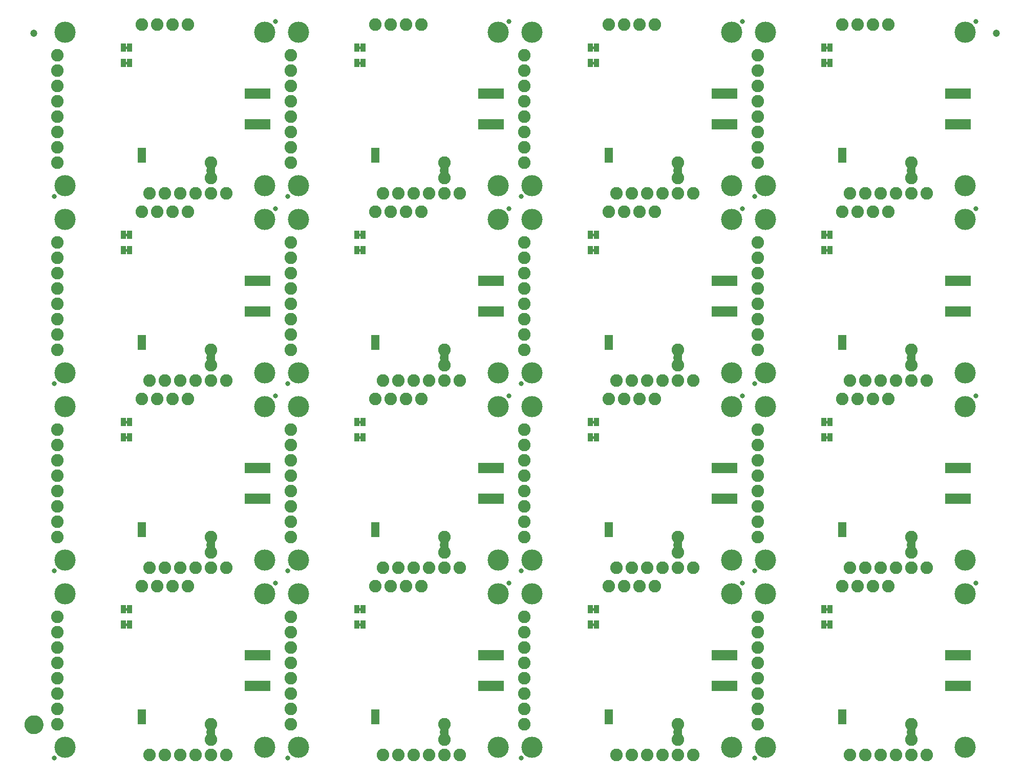
<source format=gbs>
G04 EAGLE Gerber RS-274X export*
G75*
%MOMM*%
%FSLAX34Y34*%
%LPD*%
%INSoldermask Bottom*%
%IPPOS*%
%AMOC8*
5,1,8,0,0,1.08239X$1,22.5*%
G01*
%ADD10C,2.082800*%
%ADD11R,1.473200X0.838200*%
%ADD12R,0.863600X1.473200*%
%ADD13C,0.838200*%
%ADD14C,3.505200*%
%ADD15R,4.203200X1.703200*%
%ADD16C,1.203200*%
%ADD17C,1.270000*%
%ADD18C,1.703200*%

G36*
X1045529Y977912D02*
X1045529Y977912D01*
X1045595Y977914D01*
X1045638Y977932D01*
X1045685Y977940D01*
X1045742Y977974D01*
X1045802Y977999D01*
X1045837Y978030D01*
X1045878Y978055D01*
X1045920Y978106D01*
X1045968Y978150D01*
X1045990Y978192D01*
X1046019Y978229D01*
X1046040Y978291D01*
X1046071Y978350D01*
X1046079Y978404D01*
X1046091Y978441D01*
X1046090Y978481D01*
X1046098Y978535D01*
X1046098Y982345D01*
X1046087Y982410D01*
X1046085Y982476D01*
X1046067Y982519D01*
X1046059Y982566D01*
X1046025Y982623D01*
X1046000Y982683D01*
X1045969Y982718D01*
X1045944Y982759D01*
X1045893Y982801D01*
X1045849Y982849D01*
X1045807Y982871D01*
X1045770Y982900D01*
X1045708Y982921D01*
X1045649Y982952D01*
X1045595Y982960D01*
X1045558Y982972D01*
X1045518Y982971D01*
X1045464Y982979D01*
X1032256Y982979D01*
X1032191Y982968D01*
X1032125Y982966D01*
X1032082Y982948D01*
X1032035Y982940D01*
X1031978Y982906D01*
X1031918Y982881D01*
X1031883Y982850D01*
X1031842Y982825D01*
X1031801Y982774D01*
X1031752Y982730D01*
X1031730Y982688D01*
X1031701Y982651D01*
X1031680Y982589D01*
X1031649Y982530D01*
X1031641Y982476D01*
X1031629Y982439D01*
X1031629Y982435D01*
X1031629Y982434D01*
X1031630Y982399D01*
X1031622Y982345D01*
X1031622Y978535D01*
X1031633Y978470D01*
X1031635Y978404D01*
X1031653Y978361D01*
X1031661Y978314D01*
X1031695Y978257D01*
X1031720Y978197D01*
X1031751Y978162D01*
X1031776Y978121D01*
X1031827Y978080D01*
X1031871Y978031D01*
X1031913Y978009D01*
X1031950Y977980D01*
X1032012Y977959D01*
X1032071Y977928D01*
X1032125Y977920D01*
X1032162Y977908D01*
X1032202Y977909D01*
X1032256Y977901D01*
X1045464Y977901D01*
X1045529Y977912D01*
G37*
G36*
X659449Y977912D02*
X659449Y977912D01*
X659515Y977914D01*
X659558Y977932D01*
X659605Y977940D01*
X659662Y977974D01*
X659722Y977999D01*
X659757Y978030D01*
X659798Y978055D01*
X659840Y978106D01*
X659888Y978150D01*
X659910Y978192D01*
X659939Y978229D01*
X659960Y978291D01*
X659991Y978350D01*
X659999Y978404D01*
X660011Y978441D01*
X660010Y978481D01*
X660018Y978535D01*
X660018Y982345D01*
X660007Y982410D01*
X660005Y982476D01*
X659987Y982519D01*
X659979Y982566D01*
X659945Y982623D01*
X659920Y982683D01*
X659889Y982718D01*
X659864Y982759D01*
X659813Y982801D01*
X659769Y982849D01*
X659727Y982871D01*
X659690Y982900D01*
X659628Y982921D01*
X659569Y982952D01*
X659515Y982960D01*
X659478Y982972D01*
X659438Y982971D01*
X659384Y982979D01*
X646176Y982979D01*
X646111Y982968D01*
X646045Y982966D01*
X646002Y982948D01*
X645955Y982940D01*
X645898Y982906D01*
X645838Y982881D01*
X645803Y982850D01*
X645762Y982825D01*
X645721Y982774D01*
X645672Y982730D01*
X645650Y982688D01*
X645621Y982651D01*
X645600Y982589D01*
X645569Y982530D01*
X645561Y982476D01*
X645549Y982439D01*
X645549Y982435D01*
X645549Y982434D01*
X645550Y982399D01*
X645542Y982345D01*
X645542Y978535D01*
X645553Y978470D01*
X645555Y978404D01*
X645573Y978361D01*
X645581Y978314D01*
X645615Y978257D01*
X645640Y978197D01*
X645671Y978162D01*
X645696Y978121D01*
X645747Y978080D01*
X645791Y978031D01*
X645833Y978009D01*
X645870Y977980D01*
X645932Y977959D01*
X645991Y977928D01*
X646045Y977920D01*
X646082Y977908D01*
X646122Y977909D01*
X646176Y977901D01*
X659384Y977901D01*
X659449Y977912D01*
G37*
G36*
X273369Y977912D02*
X273369Y977912D01*
X273435Y977914D01*
X273478Y977932D01*
X273525Y977940D01*
X273582Y977974D01*
X273642Y977999D01*
X273677Y978030D01*
X273718Y978055D01*
X273760Y978106D01*
X273808Y978150D01*
X273830Y978192D01*
X273859Y978229D01*
X273880Y978291D01*
X273911Y978350D01*
X273919Y978404D01*
X273931Y978441D01*
X273930Y978481D01*
X273938Y978535D01*
X273938Y982345D01*
X273927Y982410D01*
X273925Y982476D01*
X273907Y982519D01*
X273899Y982566D01*
X273865Y982623D01*
X273840Y982683D01*
X273809Y982718D01*
X273784Y982759D01*
X273733Y982801D01*
X273689Y982849D01*
X273647Y982871D01*
X273610Y982900D01*
X273548Y982921D01*
X273489Y982952D01*
X273435Y982960D01*
X273398Y982972D01*
X273358Y982971D01*
X273304Y982979D01*
X260096Y982979D01*
X260031Y982968D01*
X259965Y982966D01*
X259922Y982948D01*
X259875Y982940D01*
X259818Y982906D01*
X259758Y982881D01*
X259723Y982850D01*
X259682Y982825D01*
X259641Y982774D01*
X259592Y982730D01*
X259570Y982688D01*
X259541Y982651D01*
X259520Y982589D01*
X259489Y982530D01*
X259481Y982476D01*
X259469Y982439D01*
X259469Y982435D01*
X259469Y982434D01*
X259470Y982399D01*
X259462Y982345D01*
X259462Y978535D01*
X259473Y978470D01*
X259475Y978404D01*
X259493Y978361D01*
X259501Y978314D01*
X259535Y978257D01*
X259560Y978197D01*
X259591Y978162D01*
X259616Y978121D01*
X259667Y978080D01*
X259711Y978031D01*
X259753Y978009D01*
X259790Y977980D01*
X259852Y977959D01*
X259911Y977928D01*
X259965Y977920D01*
X260002Y977908D01*
X260042Y977909D01*
X260096Y977901D01*
X273304Y977901D01*
X273369Y977912D01*
G37*
G36*
X273369Y668032D02*
X273369Y668032D01*
X273435Y668034D01*
X273478Y668052D01*
X273525Y668060D01*
X273582Y668094D01*
X273642Y668119D01*
X273677Y668150D01*
X273718Y668175D01*
X273760Y668226D01*
X273808Y668270D01*
X273830Y668312D01*
X273859Y668349D01*
X273880Y668411D01*
X273911Y668470D01*
X273919Y668524D01*
X273931Y668561D01*
X273930Y668601D01*
X273938Y668655D01*
X273938Y672465D01*
X273927Y672530D01*
X273925Y672596D01*
X273907Y672639D01*
X273899Y672686D01*
X273865Y672743D01*
X273840Y672803D01*
X273809Y672838D01*
X273784Y672879D01*
X273733Y672921D01*
X273689Y672969D01*
X273647Y672991D01*
X273610Y673020D01*
X273548Y673041D01*
X273489Y673072D01*
X273435Y673080D01*
X273398Y673092D01*
X273358Y673091D01*
X273304Y673099D01*
X260096Y673099D01*
X260031Y673088D01*
X259965Y673086D01*
X259922Y673068D01*
X259875Y673060D01*
X259818Y673026D01*
X259758Y673001D01*
X259723Y672970D01*
X259682Y672945D01*
X259641Y672894D01*
X259592Y672850D01*
X259570Y672808D01*
X259541Y672771D01*
X259520Y672709D01*
X259489Y672650D01*
X259481Y672596D01*
X259469Y672559D01*
X259469Y672555D01*
X259469Y672554D01*
X259470Y672519D01*
X259462Y672465D01*
X259462Y668655D01*
X259473Y668590D01*
X259475Y668524D01*
X259493Y668481D01*
X259501Y668434D01*
X259535Y668377D01*
X259560Y668317D01*
X259591Y668282D01*
X259616Y668241D01*
X259667Y668200D01*
X259711Y668151D01*
X259753Y668129D01*
X259790Y668100D01*
X259852Y668079D01*
X259911Y668048D01*
X259965Y668040D01*
X260002Y668028D01*
X260042Y668029D01*
X260096Y668021D01*
X273304Y668021D01*
X273369Y668032D01*
G37*
G36*
X659449Y668032D02*
X659449Y668032D01*
X659515Y668034D01*
X659558Y668052D01*
X659605Y668060D01*
X659662Y668094D01*
X659722Y668119D01*
X659757Y668150D01*
X659798Y668175D01*
X659840Y668226D01*
X659888Y668270D01*
X659910Y668312D01*
X659939Y668349D01*
X659960Y668411D01*
X659991Y668470D01*
X659999Y668524D01*
X660011Y668561D01*
X660010Y668601D01*
X660018Y668655D01*
X660018Y672465D01*
X660007Y672530D01*
X660005Y672596D01*
X659987Y672639D01*
X659979Y672686D01*
X659945Y672743D01*
X659920Y672803D01*
X659889Y672838D01*
X659864Y672879D01*
X659813Y672921D01*
X659769Y672969D01*
X659727Y672991D01*
X659690Y673020D01*
X659628Y673041D01*
X659569Y673072D01*
X659515Y673080D01*
X659478Y673092D01*
X659438Y673091D01*
X659384Y673099D01*
X646176Y673099D01*
X646111Y673088D01*
X646045Y673086D01*
X646002Y673068D01*
X645955Y673060D01*
X645898Y673026D01*
X645838Y673001D01*
X645803Y672970D01*
X645762Y672945D01*
X645721Y672894D01*
X645672Y672850D01*
X645650Y672808D01*
X645621Y672771D01*
X645600Y672709D01*
X645569Y672650D01*
X645561Y672596D01*
X645549Y672559D01*
X645549Y672555D01*
X645549Y672554D01*
X645550Y672519D01*
X645542Y672465D01*
X645542Y668655D01*
X645553Y668590D01*
X645555Y668524D01*
X645573Y668481D01*
X645581Y668434D01*
X645615Y668377D01*
X645640Y668317D01*
X645671Y668282D01*
X645696Y668241D01*
X645747Y668200D01*
X645791Y668151D01*
X645833Y668129D01*
X645870Y668100D01*
X645932Y668079D01*
X645991Y668048D01*
X646045Y668040D01*
X646082Y668028D01*
X646122Y668029D01*
X646176Y668021D01*
X659384Y668021D01*
X659449Y668032D01*
G37*
G36*
X1045529Y668032D02*
X1045529Y668032D01*
X1045595Y668034D01*
X1045638Y668052D01*
X1045685Y668060D01*
X1045742Y668094D01*
X1045802Y668119D01*
X1045837Y668150D01*
X1045878Y668175D01*
X1045920Y668226D01*
X1045968Y668270D01*
X1045990Y668312D01*
X1046019Y668349D01*
X1046040Y668411D01*
X1046071Y668470D01*
X1046079Y668524D01*
X1046091Y668561D01*
X1046090Y668601D01*
X1046098Y668655D01*
X1046098Y672465D01*
X1046087Y672530D01*
X1046085Y672596D01*
X1046067Y672639D01*
X1046059Y672686D01*
X1046025Y672743D01*
X1046000Y672803D01*
X1045969Y672838D01*
X1045944Y672879D01*
X1045893Y672921D01*
X1045849Y672969D01*
X1045807Y672991D01*
X1045770Y673020D01*
X1045708Y673041D01*
X1045649Y673072D01*
X1045595Y673080D01*
X1045558Y673092D01*
X1045518Y673091D01*
X1045464Y673099D01*
X1032256Y673099D01*
X1032191Y673088D01*
X1032125Y673086D01*
X1032082Y673068D01*
X1032035Y673060D01*
X1031978Y673026D01*
X1031918Y673001D01*
X1031883Y672970D01*
X1031842Y672945D01*
X1031801Y672894D01*
X1031752Y672850D01*
X1031730Y672808D01*
X1031701Y672771D01*
X1031680Y672709D01*
X1031649Y672650D01*
X1031641Y672596D01*
X1031629Y672559D01*
X1031629Y672555D01*
X1031629Y672554D01*
X1031630Y672519D01*
X1031622Y672465D01*
X1031622Y668655D01*
X1031633Y668590D01*
X1031635Y668524D01*
X1031653Y668481D01*
X1031661Y668434D01*
X1031695Y668377D01*
X1031720Y668317D01*
X1031751Y668282D01*
X1031776Y668241D01*
X1031827Y668200D01*
X1031871Y668151D01*
X1031913Y668129D01*
X1031950Y668100D01*
X1032012Y668079D01*
X1032071Y668048D01*
X1032125Y668040D01*
X1032162Y668028D01*
X1032202Y668029D01*
X1032256Y668021D01*
X1045464Y668021D01*
X1045529Y668032D01*
G37*
G36*
X273369Y48272D02*
X273369Y48272D01*
X273435Y48274D01*
X273478Y48292D01*
X273525Y48300D01*
X273582Y48334D01*
X273642Y48359D01*
X273677Y48390D01*
X273718Y48415D01*
X273760Y48466D01*
X273808Y48510D01*
X273830Y48552D01*
X273859Y48589D01*
X273880Y48651D01*
X273911Y48710D01*
X273919Y48764D01*
X273931Y48801D01*
X273930Y48841D01*
X273938Y48895D01*
X273938Y52705D01*
X273927Y52770D01*
X273925Y52836D01*
X273907Y52879D01*
X273899Y52926D01*
X273865Y52983D01*
X273840Y53043D01*
X273809Y53078D01*
X273784Y53119D01*
X273733Y53161D01*
X273689Y53209D01*
X273647Y53231D01*
X273610Y53260D01*
X273548Y53281D01*
X273489Y53312D01*
X273435Y53320D01*
X273398Y53332D01*
X273358Y53331D01*
X273304Y53339D01*
X260096Y53339D01*
X260031Y53328D01*
X259965Y53326D01*
X259922Y53308D01*
X259875Y53300D01*
X259818Y53266D01*
X259758Y53241D01*
X259723Y53210D01*
X259682Y53185D01*
X259641Y53134D01*
X259592Y53090D01*
X259570Y53048D01*
X259541Y53011D01*
X259520Y52949D01*
X259489Y52890D01*
X259481Y52836D01*
X259469Y52799D01*
X259469Y52795D01*
X259469Y52794D01*
X259470Y52759D01*
X259462Y52705D01*
X259462Y48895D01*
X259473Y48830D01*
X259475Y48764D01*
X259493Y48721D01*
X259501Y48674D01*
X259535Y48617D01*
X259560Y48557D01*
X259591Y48522D01*
X259616Y48481D01*
X259667Y48440D01*
X259711Y48391D01*
X259753Y48369D01*
X259790Y48340D01*
X259852Y48319D01*
X259911Y48288D01*
X259965Y48280D01*
X260002Y48268D01*
X260042Y48269D01*
X260096Y48261D01*
X273304Y48261D01*
X273369Y48272D01*
G37*
G36*
X1431609Y668032D02*
X1431609Y668032D01*
X1431675Y668034D01*
X1431718Y668052D01*
X1431765Y668060D01*
X1431822Y668094D01*
X1431882Y668119D01*
X1431917Y668150D01*
X1431958Y668175D01*
X1432000Y668226D01*
X1432048Y668270D01*
X1432070Y668312D01*
X1432099Y668349D01*
X1432120Y668411D01*
X1432151Y668470D01*
X1432159Y668524D01*
X1432171Y668561D01*
X1432170Y668601D01*
X1432178Y668655D01*
X1432178Y672465D01*
X1432167Y672530D01*
X1432165Y672596D01*
X1432147Y672639D01*
X1432139Y672686D01*
X1432105Y672743D01*
X1432080Y672803D01*
X1432049Y672838D01*
X1432024Y672879D01*
X1431973Y672921D01*
X1431929Y672969D01*
X1431887Y672991D01*
X1431850Y673020D01*
X1431788Y673041D01*
X1431729Y673072D01*
X1431675Y673080D01*
X1431638Y673092D01*
X1431598Y673091D01*
X1431544Y673099D01*
X1418336Y673099D01*
X1418271Y673088D01*
X1418205Y673086D01*
X1418162Y673068D01*
X1418115Y673060D01*
X1418058Y673026D01*
X1417998Y673001D01*
X1417963Y672970D01*
X1417922Y672945D01*
X1417881Y672894D01*
X1417832Y672850D01*
X1417810Y672808D01*
X1417781Y672771D01*
X1417760Y672709D01*
X1417729Y672650D01*
X1417721Y672596D01*
X1417709Y672559D01*
X1417709Y672555D01*
X1417709Y672554D01*
X1417710Y672519D01*
X1417702Y672465D01*
X1417702Y668655D01*
X1417713Y668590D01*
X1417715Y668524D01*
X1417733Y668481D01*
X1417741Y668434D01*
X1417775Y668377D01*
X1417800Y668317D01*
X1417831Y668282D01*
X1417856Y668241D01*
X1417907Y668200D01*
X1417951Y668151D01*
X1417993Y668129D01*
X1418030Y668100D01*
X1418092Y668079D01*
X1418151Y668048D01*
X1418205Y668040D01*
X1418242Y668028D01*
X1418282Y668029D01*
X1418336Y668021D01*
X1431544Y668021D01*
X1431609Y668032D01*
G37*
G36*
X1431609Y977912D02*
X1431609Y977912D01*
X1431675Y977914D01*
X1431718Y977932D01*
X1431765Y977940D01*
X1431822Y977974D01*
X1431882Y977999D01*
X1431917Y978030D01*
X1431958Y978055D01*
X1432000Y978106D01*
X1432048Y978150D01*
X1432070Y978192D01*
X1432099Y978229D01*
X1432120Y978291D01*
X1432151Y978350D01*
X1432159Y978404D01*
X1432171Y978441D01*
X1432170Y978481D01*
X1432178Y978535D01*
X1432178Y982345D01*
X1432167Y982410D01*
X1432165Y982476D01*
X1432147Y982519D01*
X1432139Y982566D01*
X1432105Y982623D01*
X1432080Y982683D01*
X1432049Y982718D01*
X1432024Y982759D01*
X1431973Y982801D01*
X1431929Y982849D01*
X1431887Y982871D01*
X1431850Y982900D01*
X1431788Y982921D01*
X1431729Y982952D01*
X1431675Y982960D01*
X1431638Y982972D01*
X1431598Y982971D01*
X1431544Y982979D01*
X1418336Y982979D01*
X1418271Y982968D01*
X1418205Y982966D01*
X1418162Y982948D01*
X1418115Y982940D01*
X1418058Y982906D01*
X1417998Y982881D01*
X1417963Y982850D01*
X1417922Y982825D01*
X1417881Y982774D01*
X1417832Y982730D01*
X1417810Y982688D01*
X1417781Y982651D01*
X1417760Y982589D01*
X1417729Y982530D01*
X1417721Y982476D01*
X1417709Y982439D01*
X1417709Y982435D01*
X1417709Y982434D01*
X1417710Y982399D01*
X1417702Y982345D01*
X1417702Y978535D01*
X1417713Y978470D01*
X1417715Y978404D01*
X1417733Y978361D01*
X1417741Y978314D01*
X1417775Y978257D01*
X1417800Y978197D01*
X1417831Y978162D01*
X1417856Y978121D01*
X1417907Y978080D01*
X1417951Y978031D01*
X1417993Y978009D01*
X1418030Y977980D01*
X1418092Y977959D01*
X1418151Y977928D01*
X1418205Y977920D01*
X1418242Y977908D01*
X1418282Y977909D01*
X1418336Y977901D01*
X1431544Y977901D01*
X1431609Y977912D01*
G37*
G36*
X1045529Y358152D02*
X1045529Y358152D01*
X1045595Y358154D01*
X1045638Y358172D01*
X1045685Y358180D01*
X1045742Y358214D01*
X1045802Y358239D01*
X1045837Y358270D01*
X1045878Y358295D01*
X1045920Y358346D01*
X1045968Y358390D01*
X1045990Y358432D01*
X1046019Y358469D01*
X1046040Y358531D01*
X1046071Y358590D01*
X1046079Y358644D01*
X1046091Y358681D01*
X1046090Y358721D01*
X1046098Y358775D01*
X1046098Y362585D01*
X1046087Y362650D01*
X1046085Y362716D01*
X1046067Y362759D01*
X1046059Y362806D01*
X1046025Y362863D01*
X1046000Y362923D01*
X1045969Y362958D01*
X1045944Y362999D01*
X1045893Y363041D01*
X1045849Y363089D01*
X1045807Y363111D01*
X1045770Y363140D01*
X1045708Y363161D01*
X1045649Y363192D01*
X1045595Y363200D01*
X1045558Y363212D01*
X1045518Y363211D01*
X1045464Y363219D01*
X1032256Y363219D01*
X1032191Y363208D01*
X1032125Y363206D01*
X1032082Y363188D01*
X1032035Y363180D01*
X1031978Y363146D01*
X1031918Y363121D01*
X1031883Y363090D01*
X1031842Y363065D01*
X1031801Y363014D01*
X1031752Y362970D01*
X1031730Y362928D01*
X1031701Y362891D01*
X1031680Y362829D01*
X1031649Y362770D01*
X1031641Y362716D01*
X1031629Y362679D01*
X1031629Y362675D01*
X1031629Y362674D01*
X1031630Y362639D01*
X1031622Y362585D01*
X1031622Y358775D01*
X1031633Y358710D01*
X1031635Y358644D01*
X1031653Y358601D01*
X1031661Y358554D01*
X1031695Y358497D01*
X1031720Y358437D01*
X1031751Y358402D01*
X1031776Y358361D01*
X1031827Y358320D01*
X1031871Y358271D01*
X1031913Y358249D01*
X1031950Y358220D01*
X1032012Y358199D01*
X1032071Y358168D01*
X1032125Y358160D01*
X1032162Y358148D01*
X1032202Y358149D01*
X1032256Y358141D01*
X1045464Y358141D01*
X1045529Y358152D01*
G37*
G36*
X1431609Y358152D02*
X1431609Y358152D01*
X1431675Y358154D01*
X1431718Y358172D01*
X1431765Y358180D01*
X1431822Y358214D01*
X1431882Y358239D01*
X1431917Y358270D01*
X1431958Y358295D01*
X1432000Y358346D01*
X1432048Y358390D01*
X1432070Y358432D01*
X1432099Y358469D01*
X1432120Y358531D01*
X1432151Y358590D01*
X1432159Y358644D01*
X1432171Y358681D01*
X1432170Y358721D01*
X1432178Y358775D01*
X1432178Y362585D01*
X1432167Y362650D01*
X1432165Y362716D01*
X1432147Y362759D01*
X1432139Y362806D01*
X1432105Y362863D01*
X1432080Y362923D01*
X1432049Y362958D01*
X1432024Y362999D01*
X1431973Y363041D01*
X1431929Y363089D01*
X1431887Y363111D01*
X1431850Y363140D01*
X1431788Y363161D01*
X1431729Y363192D01*
X1431675Y363200D01*
X1431638Y363212D01*
X1431598Y363211D01*
X1431544Y363219D01*
X1418336Y363219D01*
X1418271Y363208D01*
X1418205Y363206D01*
X1418162Y363188D01*
X1418115Y363180D01*
X1418058Y363146D01*
X1417998Y363121D01*
X1417963Y363090D01*
X1417922Y363065D01*
X1417881Y363014D01*
X1417832Y362970D01*
X1417810Y362928D01*
X1417781Y362891D01*
X1417760Y362829D01*
X1417729Y362770D01*
X1417721Y362716D01*
X1417709Y362679D01*
X1417709Y362675D01*
X1417709Y362674D01*
X1417710Y362639D01*
X1417702Y362585D01*
X1417702Y358775D01*
X1417713Y358710D01*
X1417715Y358644D01*
X1417733Y358601D01*
X1417741Y358554D01*
X1417775Y358497D01*
X1417800Y358437D01*
X1417831Y358402D01*
X1417856Y358361D01*
X1417907Y358320D01*
X1417951Y358271D01*
X1417993Y358249D01*
X1418030Y358220D01*
X1418092Y358199D01*
X1418151Y358168D01*
X1418205Y358160D01*
X1418242Y358148D01*
X1418282Y358149D01*
X1418336Y358141D01*
X1431544Y358141D01*
X1431609Y358152D01*
G37*
G36*
X273369Y358152D02*
X273369Y358152D01*
X273435Y358154D01*
X273478Y358172D01*
X273525Y358180D01*
X273582Y358214D01*
X273642Y358239D01*
X273677Y358270D01*
X273718Y358295D01*
X273760Y358346D01*
X273808Y358390D01*
X273830Y358432D01*
X273859Y358469D01*
X273880Y358531D01*
X273911Y358590D01*
X273919Y358644D01*
X273931Y358681D01*
X273930Y358721D01*
X273938Y358775D01*
X273938Y362585D01*
X273927Y362650D01*
X273925Y362716D01*
X273907Y362759D01*
X273899Y362806D01*
X273865Y362863D01*
X273840Y362923D01*
X273809Y362958D01*
X273784Y362999D01*
X273733Y363041D01*
X273689Y363089D01*
X273647Y363111D01*
X273610Y363140D01*
X273548Y363161D01*
X273489Y363192D01*
X273435Y363200D01*
X273398Y363212D01*
X273358Y363211D01*
X273304Y363219D01*
X260096Y363219D01*
X260031Y363208D01*
X259965Y363206D01*
X259922Y363188D01*
X259875Y363180D01*
X259818Y363146D01*
X259758Y363121D01*
X259723Y363090D01*
X259682Y363065D01*
X259641Y363014D01*
X259592Y362970D01*
X259570Y362928D01*
X259541Y362891D01*
X259520Y362829D01*
X259489Y362770D01*
X259481Y362716D01*
X259469Y362679D01*
X259469Y362675D01*
X259469Y362674D01*
X259470Y362639D01*
X259462Y362585D01*
X259462Y358775D01*
X259473Y358710D01*
X259475Y358644D01*
X259493Y358601D01*
X259501Y358554D01*
X259535Y358497D01*
X259560Y358437D01*
X259591Y358402D01*
X259616Y358361D01*
X259667Y358320D01*
X259711Y358271D01*
X259753Y358249D01*
X259790Y358220D01*
X259852Y358199D01*
X259911Y358168D01*
X259965Y358160D01*
X260002Y358148D01*
X260042Y358149D01*
X260096Y358141D01*
X273304Y358141D01*
X273369Y358152D01*
G37*
G36*
X659449Y358152D02*
X659449Y358152D01*
X659515Y358154D01*
X659558Y358172D01*
X659605Y358180D01*
X659662Y358214D01*
X659722Y358239D01*
X659757Y358270D01*
X659798Y358295D01*
X659840Y358346D01*
X659888Y358390D01*
X659910Y358432D01*
X659939Y358469D01*
X659960Y358531D01*
X659991Y358590D01*
X659999Y358644D01*
X660011Y358681D01*
X660010Y358721D01*
X660018Y358775D01*
X660018Y362585D01*
X660007Y362650D01*
X660005Y362716D01*
X659987Y362759D01*
X659979Y362806D01*
X659945Y362863D01*
X659920Y362923D01*
X659889Y362958D01*
X659864Y362999D01*
X659813Y363041D01*
X659769Y363089D01*
X659727Y363111D01*
X659690Y363140D01*
X659628Y363161D01*
X659569Y363192D01*
X659515Y363200D01*
X659478Y363212D01*
X659438Y363211D01*
X659384Y363219D01*
X646176Y363219D01*
X646111Y363208D01*
X646045Y363206D01*
X646002Y363188D01*
X645955Y363180D01*
X645898Y363146D01*
X645838Y363121D01*
X645803Y363090D01*
X645762Y363065D01*
X645721Y363014D01*
X645672Y362970D01*
X645650Y362928D01*
X645621Y362891D01*
X645600Y362829D01*
X645569Y362770D01*
X645561Y362716D01*
X645549Y362679D01*
X645549Y362675D01*
X645549Y362674D01*
X645550Y362639D01*
X645542Y362585D01*
X645542Y358775D01*
X645553Y358710D01*
X645555Y358644D01*
X645573Y358601D01*
X645581Y358554D01*
X645615Y358497D01*
X645640Y358437D01*
X645671Y358402D01*
X645696Y358361D01*
X645747Y358320D01*
X645791Y358271D01*
X645833Y358249D01*
X645870Y358220D01*
X645932Y358199D01*
X645991Y358168D01*
X646045Y358160D01*
X646082Y358148D01*
X646122Y358149D01*
X646176Y358141D01*
X659384Y358141D01*
X659449Y358152D01*
G37*
G36*
X1431609Y48272D02*
X1431609Y48272D01*
X1431675Y48274D01*
X1431718Y48292D01*
X1431765Y48300D01*
X1431822Y48334D01*
X1431882Y48359D01*
X1431917Y48390D01*
X1431958Y48415D01*
X1432000Y48466D01*
X1432048Y48510D01*
X1432070Y48552D01*
X1432099Y48589D01*
X1432120Y48651D01*
X1432151Y48710D01*
X1432159Y48764D01*
X1432171Y48801D01*
X1432170Y48841D01*
X1432178Y48895D01*
X1432178Y52705D01*
X1432167Y52770D01*
X1432165Y52836D01*
X1432147Y52879D01*
X1432139Y52926D01*
X1432105Y52983D01*
X1432080Y53043D01*
X1432049Y53078D01*
X1432024Y53119D01*
X1431973Y53161D01*
X1431929Y53209D01*
X1431887Y53231D01*
X1431850Y53260D01*
X1431788Y53281D01*
X1431729Y53312D01*
X1431675Y53320D01*
X1431638Y53332D01*
X1431598Y53331D01*
X1431544Y53339D01*
X1418336Y53339D01*
X1418271Y53328D01*
X1418205Y53326D01*
X1418162Y53308D01*
X1418115Y53300D01*
X1418058Y53266D01*
X1417998Y53241D01*
X1417963Y53210D01*
X1417922Y53185D01*
X1417881Y53134D01*
X1417832Y53090D01*
X1417810Y53048D01*
X1417781Y53011D01*
X1417760Y52949D01*
X1417729Y52890D01*
X1417721Y52836D01*
X1417709Y52799D01*
X1417709Y52795D01*
X1417709Y52794D01*
X1417710Y52759D01*
X1417702Y52705D01*
X1417702Y48895D01*
X1417713Y48830D01*
X1417715Y48764D01*
X1417733Y48721D01*
X1417741Y48674D01*
X1417775Y48617D01*
X1417800Y48557D01*
X1417831Y48522D01*
X1417856Y48481D01*
X1417907Y48440D01*
X1417951Y48391D01*
X1417993Y48369D01*
X1418030Y48340D01*
X1418092Y48319D01*
X1418151Y48288D01*
X1418205Y48280D01*
X1418242Y48268D01*
X1418282Y48269D01*
X1418336Y48261D01*
X1431544Y48261D01*
X1431609Y48272D01*
G37*
G36*
X1045529Y48272D02*
X1045529Y48272D01*
X1045595Y48274D01*
X1045638Y48292D01*
X1045685Y48300D01*
X1045742Y48334D01*
X1045802Y48359D01*
X1045837Y48390D01*
X1045878Y48415D01*
X1045920Y48466D01*
X1045968Y48510D01*
X1045990Y48552D01*
X1046019Y48589D01*
X1046040Y48651D01*
X1046071Y48710D01*
X1046079Y48764D01*
X1046091Y48801D01*
X1046090Y48841D01*
X1046098Y48895D01*
X1046098Y52705D01*
X1046087Y52770D01*
X1046085Y52836D01*
X1046067Y52879D01*
X1046059Y52926D01*
X1046025Y52983D01*
X1046000Y53043D01*
X1045969Y53078D01*
X1045944Y53119D01*
X1045893Y53161D01*
X1045849Y53209D01*
X1045807Y53231D01*
X1045770Y53260D01*
X1045708Y53281D01*
X1045649Y53312D01*
X1045595Y53320D01*
X1045558Y53332D01*
X1045518Y53331D01*
X1045464Y53339D01*
X1032256Y53339D01*
X1032191Y53328D01*
X1032125Y53326D01*
X1032082Y53308D01*
X1032035Y53300D01*
X1031978Y53266D01*
X1031918Y53241D01*
X1031883Y53210D01*
X1031842Y53185D01*
X1031801Y53134D01*
X1031752Y53090D01*
X1031730Y53048D01*
X1031701Y53011D01*
X1031680Y52949D01*
X1031649Y52890D01*
X1031641Y52836D01*
X1031629Y52799D01*
X1031629Y52795D01*
X1031629Y52794D01*
X1031630Y52759D01*
X1031622Y52705D01*
X1031622Y48895D01*
X1031633Y48830D01*
X1031635Y48764D01*
X1031653Y48721D01*
X1031661Y48674D01*
X1031695Y48617D01*
X1031720Y48557D01*
X1031751Y48522D01*
X1031776Y48481D01*
X1031827Y48440D01*
X1031871Y48391D01*
X1031913Y48369D01*
X1031950Y48340D01*
X1032012Y48319D01*
X1032071Y48288D01*
X1032125Y48280D01*
X1032162Y48268D01*
X1032202Y48269D01*
X1032256Y48261D01*
X1045464Y48261D01*
X1045529Y48272D01*
G37*
G36*
X659449Y48272D02*
X659449Y48272D01*
X659515Y48274D01*
X659558Y48292D01*
X659605Y48300D01*
X659662Y48334D01*
X659722Y48359D01*
X659757Y48390D01*
X659798Y48415D01*
X659840Y48466D01*
X659888Y48510D01*
X659910Y48552D01*
X659939Y48589D01*
X659960Y48651D01*
X659991Y48710D01*
X659999Y48764D01*
X660011Y48801D01*
X660010Y48841D01*
X660018Y48895D01*
X660018Y52705D01*
X660007Y52770D01*
X660005Y52836D01*
X659987Y52879D01*
X659979Y52926D01*
X659945Y52983D01*
X659920Y53043D01*
X659889Y53078D01*
X659864Y53119D01*
X659813Y53161D01*
X659769Y53209D01*
X659727Y53231D01*
X659690Y53260D01*
X659628Y53281D01*
X659569Y53312D01*
X659515Y53320D01*
X659478Y53332D01*
X659438Y53331D01*
X659384Y53339D01*
X646176Y53339D01*
X646111Y53328D01*
X646045Y53326D01*
X646002Y53308D01*
X645955Y53300D01*
X645898Y53266D01*
X645838Y53241D01*
X645803Y53210D01*
X645762Y53185D01*
X645721Y53134D01*
X645672Y53090D01*
X645650Y53048D01*
X645621Y53011D01*
X645600Y52949D01*
X645569Y52890D01*
X645561Y52836D01*
X645549Y52799D01*
X645549Y52795D01*
X645549Y52794D01*
X645550Y52759D01*
X645542Y52705D01*
X645542Y48895D01*
X645553Y48830D01*
X645555Y48764D01*
X645573Y48721D01*
X645581Y48674D01*
X645615Y48617D01*
X645640Y48557D01*
X645671Y48522D01*
X645696Y48481D01*
X645747Y48440D01*
X645791Y48391D01*
X645833Y48369D01*
X645870Y48340D01*
X645932Y48319D01*
X645991Y48288D01*
X646045Y48280D01*
X646082Y48268D01*
X646122Y48269D01*
X646176Y48261D01*
X659384Y48261D01*
X659449Y48272D01*
G37*
G36*
X128970Y252107D02*
X128970Y252107D01*
X129036Y252109D01*
X129079Y252127D01*
X129126Y252135D01*
X129183Y252169D01*
X129243Y252194D01*
X129278Y252225D01*
X129319Y252250D01*
X129361Y252301D01*
X129409Y252345D01*
X129431Y252387D01*
X129460Y252424D01*
X129481Y252486D01*
X129512Y252545D01*
X129520Y252599D01*
X129532Y252636D01*
X129531Y252676D01*
X129539Y252730D01*
X129539Y255270D01*
X129528Y255335D01*
X129526Y255401D01*
X129508Y255444D01*
X129500Y255491D01*
X129466Y255548D01*
X129441Y255608D01*
X129410Y255643D01*
X129385Y255684D01*
X129334Y255726D01*
X129290Y255774D01*
X129248Y255796D01*
X129211Y255825D01*
X129149Y255846D01*
X129090Y255877D01*
X129036Y255885D01*
X128999Y255897D01*
X128959Y255896D01*
X128905Y255904D01*
X125095Y255904D01*
X125030Y255893D01*
X124964Y255891D01*
X124921Y255873D01*
X124874Y255865D01*
X124817Y255831D01*
X124757Y255806D01*
X124722Y255775D01*
X124681Y255750D01*
X124640Y255699D01*
X124591Y255655D01*
X124569Y255613D01*
X124540Y255576D01*
X124519Y255514D01*
X124488Y255455D01*
X124480Y255401D01*
X124468Y255364D01*
X124468Y255361D01*
X124469Y255324D01*
X124461Y255270D01*
X124461Y252730D01*
X124472Y252665D01*
X124474Y252599D01*
X124492Y252556D01*
X124500Y252509D01*
X124534Y252452D01*
X124559Y252392D01*
X124590Y252357D01*
X124615Y252316D01*
X124666Y252275D01*
X124710Y252226D01*
X124752Y252204D01*
X124789Y252175D01*
X124851Y252154D01*
X124910Y252123D01*
X124964Y252115D01*
X125001Y252103D01*
X125041Y252104D01*
X125095Y252096D01*
X128905Y252096D01*
X128970Y252107D01*
G37*
G36*
X515050Y252107D02*
X515050Y252107D01*
X515116Y252109D01*
X515159Y252127D01*
X515206Y252135D01*
X515263Y252169D01*
X515323Y252194D01*
X515358Y252225D01*
X515399Y252250D01*
X515441Y252301D01*
X515489Y252345D01*
X515511Y252387D01*
X515540Y252424D01*
X515561Y252486D01*
X515592Y252545D01*
X515600Y252599D01*
X515612Y252636D01*
X515611Y252676D01*
X515619Y252730D01*
X515619Y255270D01*
X515608Y255335D01*
X515606Y255401D01*
X515588Y255444D01*
X515580Y255491D01*
X515546Y255548D01*
X515521Y255608D01*
X515490Y255643D01*
X515465Y255684D01*
X515414Y255726D01*
X515370Y255774D01*
X515328Y255796D01*
X515291Y255825D01*
X515229Y255846D01*
X515170Y255877D01*
X515116Y255885D01*
X515079Y255897D01*
X515039Y255896D01*
X514985Y255904D01*
X511175Y255904D01*
X511110Y255893D01*
X511044Y255891D01*
X511001Y255873D01*
X510954Y255865D01*
X510897Y255831D01*
X510837Y255806D01*
X510802Y255775D01*
X510761Y255750D01*
X510720Y255699D01*
X510671Y255655D01*
X510649Y255613D01*
X510620Y255576D01*
X510599Y255514D01*
X510568Y255455D01*
X510560Y255401D01*
X510548Y255364D01*
X510548Y255361D01*
X510549Y255324D01*
X510541Y255270D01*
X510541Y252730D01*
X510552Y252665D01*
X510554Y252599D01*
X510572Y252556D01*
X510580Y252509D01*
X510614Y252452D01*
X510639Y252392D01*
X510670Y252357D01*
X510695Y252316D01*
X510746Y252275D01*
X510790Y252226D01*
X510832Y252204D01*
X510869Y252175D01*
X510931Y252154D01*
X510990Y252123D01*
X511044Y252115D01*
X511081Y252103D01*
X511121Y252104D01*
X511175Y252096D01*
X514985Y252096D01*
X515050Y252107D01*
G37*
G36*
X901130Y252107D02*
X901130Y252107D01*
X901196Y252109D01*
X901239Y252127D01*
X901286Y252135D01*
X901343Y252169D01*
X901403Y252194D01*
X901438Y252225D01*
X901479Y252250D01*
X901521Y252301D01*
X901569Y252345D01*
X901591Y252387D01*
X901620Y252424D01*
X901641Y252486D01*
X901672Y252545D01*
X901680Y252599D01*
X901692Y252636D01*
X901691Y252676D01*
X901699Y252730D01*
X901699Y255270D01*
X901688Y255335D01*
X901686Y255401D01*
X901668Y255444D01*
X901660Y255491D01*
X901626Y255548D01*
X901601Y255608D01*
X901570Y255643D01*
X901545Y255684D01*
X901494Y255726D01*
X901450Y255774D01*
X901408Y255796D01*
X901371Y255825D01*
X901309Y255846D01*
X901250Y255877D01*
X901196Y255885D01*
X901159Y255897D01*
X901119Y255896D01*
X901065Y255904D01*
X897255Y255904D01*
X897190Y255893D01*
X897124Y255891D01*
X897081Y255873D01*
X897034Y255865D01*
X896977Y255831D01*
X896917Y255806D01*
X896882Y255775D01*
X896841Y255750D01*
X896800Y255699D01*
X896751Y255655D01*
X896729Y255613D01*
X896700Y255576D01*
X896679Y255514D01*
X896648Y255455D01*
X896640Y255401D01*
X896628Y255364D01*
X896628Y255361D01*
X896629Y255324D01*
X896621Y255270D01*
X896621Y252730D01*
X896632Y252665D01*
X896634Y252599D01*
X896652Y252556D01*
X896660Y252509D01*
X896694Y252452D01*
X896719Y252392D01*
X896750Y252357D01*
X896775Y252316D01*
X896826Y252275D01*
X896870Y252226D01*
X896912Y252204D01*
X896949Y252175D01*
X897011Y252154D01*
X897070Y252123D01*
X897124Y252115D01*
X897161Y252103D01*
X897201Y252104D01*
X897255Y252096D01*
X901065Y252096D01*
X901130Y252107D01*
G37*
G36*
X1287210Y252107D02*
X1287210Y252107D01*
X1287276Y252109D01*
X1287319Y252127D01*
X1287366Y252135D01*
X1287423Y252169D01*
X1287483Y252194D01*
X1287518Y252225D01*
X1287559Y252250D01*
X1287601Y252301D01*
X1287649Y252345D01*
X1287671Y252387D01*
X1287700Y252424D01*
X1287721Y252486D01*
X1287752Y252545D01*
X1287760Y252599D01*
X1287772Y252636D01*
X1287771Y252676D01*
X1287779Y252730D01*
X1287779Y255270D01*
X1287768Y255335D01*
X1287766Y255401D01*
X1287748Y255444D01*
X1287740Y255491D01*
X1287706Y255548D01*
X1287681Y255608D01*
X1287650Y255643D01*
X1287625Y255684D01*
X1287574Y255726D01*
X1287530Y255774D01*
X1287488Y255796D01*
X1287451Y255825D01*
X1287389Y255846D01*
X1287330Y255877D01*
X1287276Y255885D01*
X1287239Y255897D01*
X1287199Y255896D01*
X1287145Y255904D01*
X1283335Y255904D01*
X1283270Y255893D01*
X1283204Y255891D01*
X1283161Y255873D01*
X1283114Y255865D01*
X1283057Y255831D01*
X1282997Y255806D01*
X1282962Y255775D01*
X1282921Y255750D01*
X1282880Y255699D01*
X1282831Y255655D01*
X1282809Y255613D01*
X1282780Y255576D01*
X1282759Y255514D01*
X1282728Y255455D01*
X1282720Y255401D01*
X1282708Y255364D01*
X1282708Y255361D01*
X1282709Y255324D01*
X1282701Y255270D01*
X1282701Y252730D01*
X1282712Y252665D01*
X1282714Y252599D01*
X1282732Y252556D01*
X1282740Y252509D01*
X1282774Y252452D01*
X1282799Y252392D01*
X1282830Y252357D01*
X1282855Y252316D01*
X1282906Y252275D01*
X1282950Y252226D01*
X1282992Y252204D01*
X1283029Y252175D01*
X1283091Y252154D01*
X1283150Y252123D01*
X1283204Y252115D01*
X1283241Y252103D01*
X1283281Y252104D01*
X1283335Y252096D01*
X1287145Y252096D01*
X1287210Y252107D01*
G37*
G36*
X901130Y846467D02*
X901130Y846467D01*
X901196Y846469D01*
X901239Y846487D01*
X901286Y846495D01*
X901343Y846529D01*
X901403Y846554D01*
X901438Y846585D01*
X901479Y846610D01*
X901521Y846661D01*
X901569Y846705D01*
X901591Y846747D01*
X901620Y846784D01*
X901641Y846846D01*
X901672Y846905D01*
X901680Y846959D01*
X901692Y846996D01*
X901691Y847036D01*
X901699Y847090D01*
X901699Y849630D01*
X901688Y849695D01*
X901686Y849761D01*
X901668Y849804D01*
X901660Y849851D01*
X901626Y849908D01*
X901601Y849968D01*
X901570Y850003D01*
X901545Y850044D01*
X901494Y850086D01*
X901450Y850134D01*
X901408Y850156D01*
X901371Y850185D01*
X901309Y850206D01*
X901250Y850237D01*
X901196Y850245D01*
X901159Y850257D01*
X901119Y850256D01*
X901065Y850264D01*
X897255Y850264D01*
X897190Y850253D01*
X897124Y850251D01*
X897081Y850233D01*
X897034Y850225D01*
X896977Y850191D01*
X896917Y850166D01*
X896882Y850135D01*
X896841Y850110D01*
X896800Y850059D01*
X896751Y850015D01*
X896729Y849973D01*
X896700Y849936D01*
X896679Y849874D01*
X896648Y849815D01*
X896640Y849761D01*
X896628Y849724D01*
X896628Y849721D01*
X896629Y849684D01*
X896621Y849630D01*
X896621Y847090D01*
X896632Y847025D01*
X896634Y846959D01*
X896652Y846916D01*
X896660Y846869D01*
X896694Y846812D01*
X896719Y846752D01*
X896750Y846717D01*
X896775Y846676D01*
X896826Y846635D01*
X896870Y846586D01*
X896912Y846564D01*
X896949Y846535D01*
X897011Y846514D01*
X897070Y846483D01*
X897124Y846475D01*
X897161Y846463D01*
X897201Y846464D01*
X897255Y846456D01*
X901065Y846456D01*
X901130Y846467D01*
G37*
G36*
X515050Y846467D02*
X515050Y846467D01*
X515116Y846469D01*
X515159Y846487D01*
X515206Y846495D01*
X515263Y846529D01*
X515323Y846554D01*
X515358Y846585D01*
X515399Y846610D01*
X515441Y846661D01*
X515489Y846705D01*
X515511Y846747D01*
X515540Y846784D01*
X515561Y846846D01*
X515592Y846905D01*
X515600Y846959D01*
X515612Y846996D01*
X515611Y847036D01*
X515619Y847090D01*
X515619Y849630D01*
X515608Y849695D01*
X515606Y849761D01*
X515588Y849804D01*
X515580Y849851D01*
X515546Y849908D01*
X515521Y849968D01*
X515490Y850003D01*
X515465Y850044D01*
X515414Y850086D01*
X515370Y850134D01*
X515328Y850156D01*
X515291Y850185D01*
X515229Y850206D01*
X515170Y850237D01*
X515116Y850245D01*
X515079Y850257D01*
X515039Y850256D01*
X514985Y850264D01*
X511175Y850264D01*
X511110Y850253D01*
X511044Y850251D01*
X511001Y850233D01*
X510954Y850225D01*
X510897Y850191D01*
X510837Y850166D01*
X510802Y850135D01*
X510761Y850110D01*
X510720Y850059D01*
X510671Y850015D01*
X510649Y849973D01*
X510620Y849936D01*
X510599Y849874D01*
X510568Y849815D01*
X510560Y849761D01*
X510548Y849724D01*
X510548Y849721D01*
X510549Y849684D01*
X510541Y849630D01*
X510541Y847090D01*
X510552Y847025D01*
X510554Y846959D01*
X510572Y846916D01*
X510580Y846869D01*
X510614Y846812D01*
X510639Y846752D01*
X510670Y846717D01*
X510695Y846676D01*
X510746Y846635D01*
X510790Y846586D01*
X510832Y846564D01*
X510869Y846535D01*
X510931Y846514D01*
X510990Y846483D01*
X511044Y846475D01*
X511081Y846463D01*
X511121Y846464D01*
X511175Y846456D01*
X514985Y846456D01*
X515050Y846467D01*
G37*
G36*
X128970Y846467D02*
X128970Y846467D01*
X129036Y846469D01*
X129079Y846487D01*
X129126Y846495D01*
X129183Y846529D01*
X129243Y846554D01*
X129278Y846585D01*
X129319Y846610D01*
X129361Y846661D01*
X129409Y846705D01*
X129431Y846747D01*
X129460Y846784D01*
X129481Y846846D01*
X129512Y846905D01*
X129520Y846959D01*
X129532Y846996D01*
X129531Y847036D01*
X129539Y847090D01*
X129539Y849630D01*
X129528Y849695D01*
X129526Y849761D01*
X129508Y849804D01*
X129500Y849851D01*
X129466Y849908D01*
X129441Y849968D01*
X129410Y850003D01*
X129385Y850044D01*
X129334Y850086D01*
X129290Y850134D01*
X129248Y850156D01*
X129211Y850185D01*
X129149Y850206D01*
X129090Y850237D01*
X129036Y850245D01*
X128999Y850257D01*
X128959Y850256D01*
X128905Y850264D01*
X125095Y850264D01*
X125030Y850253D01*
X124964Y850251D01*
X124921Y850233D01*
X124874Y850225D01*
X124817Y850191D01*
X124757Y850166D01*
X124722Y850135D01*
X124681Y850110D01*
X124640Y850059D01*
X124591Y850015D01*
X124569Y849973D01*
X124540Y849936D01*
X124519Y849874D01*
X124488Y849815D01*
X124480Y849761D01*
X124468Y849724D01*
X124468Y849721D01*
X124469Y849684D01*
X124461Y849630D01*
X124461Y847090D01*
X124472Y847025D01*
X124474Y846959D01*
X124492Y846916D01*
X124500Y846869D01*
X124534Y846812D01*
X124559Y846752D01*
X124590Y846717D01*
X124615Y846676D01*
X124666Y846635D01*
X124710Y846586D01*
X124752Y846564D01*
X124789Y846535D01*
X124851Y846514D01*
X124910Y846483D01*
X124964Y846475D01*
X125001Y846463D01*
X125041Y846464D01*
X125095Y846456D01*
X128905Y846456D01*
X128970Y846467D01*
G37*
G36*
X1287210Y846467D02*
X1287210Y846467D01*
X1287276Y846469D01*
X1287319Y846487D01*
X1287366Y846495D01*
X1287423Y846529D01*
X1287483Y846554D01*
X1287518Y846585D01*
X1287559Y846610D01*
X1287601Y846661D01*
X1287649Y846705D01*
X1287671Y846747D01*
X1287700Y846784D01*
X1287721Y846846D01*
X1287752Y846905D01*
X1287760Y846959D01*
X1287772Y846996D01*
X1287771Y847036D01*
X1287779Y847090D01*
X1287779Y849630D01*
X1287768Y849695D01*
X1287766Y849761D01*
X1287748Y849804D01*
X1287740Y849851D01*
X1287706Y849908D01*
X1287681Y849968D01*
X1287650Y850003D01*
X1287625Y850044D01*
X1287574Y850086D01*
X1287530Y850134D01*
X1287488Y850156D01*
X1287451Y850185D01*
X1287389Y850206D01*
X1287330Y850237D01*
X1287276Y850245D01*
X1287239Y850257D01*
X1287199Y850256D01*
X1287145Y850264D01*
X1283335Y850264D01*
X1283270Y850253D01*
X1283204Y850251D01*
X1283161Y850233D01*
X1283114Y850225D01*
X1283057Y850191D01*
X1282997Y850166D01*
X1282962Y850135D01*
X1282921Y850110D01*
X1282880Y850059D01*
X1282831Y850015D01*
X1282809Y849973D01*
X1282780Y849936D01*
X1282759Y849874D01*
X1282728Y849815D01*
X1282720Y849761D01*
X1282708Y849724D01*
X1282708Y849721D01*
X1282709Y849684D01*
X1282701Y849630D01*
X1282701Y847090D01*
X1282712Y847025D01*
X1282714Y846959D01*
X1282732Y846916D01*
X1282740Y846869D01*
X1282774Y846812D01*
X1282799Y846752D01*
X1282830Y846717D01*
X1282855Y846676D01*
X1282906Y846635D01*
X1282950Y846586D01*
X1282992Y846564D01*
X1283029Y846535D01*
X1283091Y846514D01*
X1283150Y846483D01*
X1283204Y846475D01*
X1283241Y846463D01*
X1283281Y846464D01*
X1283335Y846456D01*
X1287145Y846456D01*
X1287210Y846467D01*
G37*
G36*
X515050Y1156347D02*
X515050Y1156347D01*
X515116Y1156349D01*
X515159Y1156367D01*
X515206Y1156375D01*
X515263Y1156409D01*
X515323Y1156434D01*
X515358Y1156465D01*
X515399Y1156490D01*
X515441Y1156541D01*
X515489Y1156585D01*
X515511Y1156627D01*
X515540Y1156664D01*
X515561Y1156726D01*
X515592Y1156785D01*
X515600Y1156839D01*
X515612Y1156876D01*
X515611Y1156916D01*
X515619Y1156970D01*
X515619Y1159510D01*
X515608Y1159575D01*
X515606Y1159641D01*
X515588Y1159684D01*
X515580Y1159731D01*
X515546Y1159788D01*
X515521Y1159848D01*
X515490Y1159883D01*
X515465Y1159924D01*
X515414Y1159966D01*
X515370Y1160014D01*
X515328Y1160036D01*
X515291Y1160065D01*
X515229Y1160086D01*
X515170Y1160117D01*
X515116Y1160125D01*
X515079Y1160137D01*
X515039Y1160136D01*
X514985Y1160144D01*
X511175Y1160144D01*
X511110Y1160133D01*
X511044Y1160131D01*
X511001Y1160113D01*
X510954Y1160105D01*
X510897Y1160071D01*
X510837Y1160046D01*
X510802Y1160015D01*
X510761Y1159990D01*
X510720Y1159939D01*
X510671Y1159895D01*
X510649Y1159853D01*
X510620Y1159816D01*
X510599Y1159754D01*
X510568Y1159695D01*
X510560Y1159641D01*
X510548Y1159604D01*
X510548Y1159601D01*
X510549Y1159564D01*
X510541Y1159510D01*
X510541Y1156970D01*
X510552Y1156905D01*
X510554Y1156839D01*
X510572Y1156796D01*
X510580Y1156749D01*
X510614Y1156692D01*
X510639Y1156632D01*
X510670Y1156597D01*
X510695Y1156556D01*
X510746Y1156515D01*
X510790Y1156466D01*
X510832Y1156444D01*
X510869Y1156415D01*
X510931Y1156394D01*
X510990Y1156363D01*
X511044Y1156355D01*
X511081Y1156343D01*
X511121Y1156344D01*
X511175Y1156336D01*
X514985Y1156336D01*
X515050Y1156347D01*
G37*
G36*
X515050Y561987D02*
X515050Y561987D01*
X515116Y561989D01*
X515159Y562007D01*
X515206Y562015D01*
X515263Y562049D01*
X515323Y562074D01*
X515358Y562105D01*
X515399Y562130D01*
X515441Y562181D01*
X515489Y562225D01*
X515511Y562267D01*
X515540Y562304D01*
X515561Y562366D01*
X515592Y562425D01*
X515600Y562479D01*
X515612Y562516D01*
X515611Y562556D01*
X515619Y562610D01*
X515619Y565150D01*
X515608Y565215D01*
X515606Y565281D01*
X515588Y565324D01*
X515580Y565371D01*
X515546Y565428D01*
X515521Y565488D01*
X515490Y565523D01*
X515465Y565564D01*
X515414Y565606D01*
X515370Y565654D01*
X515328Y565676D01*
X515291Y565705D01*
X515229Y565726D01*
X515170Y565757D01*
X515116Y565765D01*
X515079Y565777D01*
X515039Y565776D01*
X514985Y565784D01*
X511175Y565784D01*
X511110Y565773D01*
X511044Y565771D01*
X511001Y565753D01*
X510954Y565745D01*
X510897Y565711D01*
X510837Y565686D01*
X510802Y565655D01*
X510761Y565630D01*
X510720Y565579D01*
X510671Y565535D01*
X510649Y565493D01*
X510620Y565456D01*
X510599Y565394D01*
X510568Y565335D01*
X510560Y565281D01*
X510548Y565244D01*
X510548Y565241D01*
X510549Y565204D01*
X510541Y565150D01*
X510541Y562610D01*
X510552Y562545D01*
X510554Y562479D01*
X510572Y562436D01*
X510580Y562389D01*
X510614Y562332D01*
X510639Y562272D01*
X510670Y562237D01*
X510695Y562196D01*
X510746Y562155D01*
X510790Y562106D01*
X510832Y562084D01*
X510869Y562055D01*
X510931Y562034D01*
X510990Y562003D01*
X511044Y561995D01*
X511081Y561983D01*
X511121Y561984D01*
X511175Y561976D01*
X514985Y561976D01*
X515050Y561987D01*
G37*
G36*
X1287210Y561987D02*
X1287210Y561987D01*
X1287276Y561989D01*
X1287319Y562007D01*
X1287366Y562015D01*
X1287423Y562049D01*
X1287483Y562074D01*
X1287518Y562105D01*
X1287559Y562130D01*
X1287601Y562181D01*
X1287649Y562225D01*
X1287671Y562267D01*
X1287700Y562304D01*
X1287721Y562366D01*
X1287752Y562425D01*
X1287760Y562479D01*
X1287772Y562516D01*
X1287771Y562556D01*
X1287779Y562610D01*
X1287779Y565150D01*
X1287768Y565215D01*
X1287766Y565281D01*
X1287748Y565324D01*
X1287740Y565371D01*
X1287706Y565428D01*
X1287681Y565488D01*
X1287650Y565523D01*
X1287625Y565564D01*
X1287574Y565606D01*
X1287530Y565654D01*
X1287488Y565676D01*
X1287451Y565705D01*
X1287389Y565726D01*
X1287330Y565757D01*
X1287276Y565765D01*
X1287239Y565777D01*
X1287199Y565776D01*
X1287145Y565784D01*
X1283335Y565784D01*
X1283270Y565773D01*
X1283204Y565771D01*
X1283161Y565753D01*
X1283114Y565745D01*
X1283057Y565711D01*
X1282997Y565686D01*
X1282962Y565655D01*
X1282921Y565630D01*
X1282880Y565579D01*
X1282831Y565535D01*
X1282809Y565493D01*
X1282780Y565456D01*
X1282759Y565394D01*
X1282728Y565335D01*
X1282720Y565281D01*
X1282708Y565244D01*
X1282708Y565241D01*
X1282709Y565204D01*
X1282701Y565150D01*
X1282701Y562610D01*
X1282712Y562545D01*
X1282714Y562479D01*
X1282732Y562436D01*
X1282740Y562389D01*
X1282774Y562332D01*
X1282799Y562272D01*
X1282830Y562237D01*
X1282855Y562196D01*
X1282906Y562155D01*
X1282950Y562106D01*
X1282992Y562084D01*
X1283029Y562055D01*
X1283091Y562034D01*
X1283150Y562003D01*
X1283204Y561995D01*
X1283241Y561983D01*
X1283281Y561984D01*
X1283335Y561976D01*
X1287145Y561976D01*
X1287210Y561987D01*
G37*
G36*
X128970Y561987D02*
X128970Y561987D01*
X129036Y561989D01*
X129079Y562007D01*
X129126Y562015D01*
X129183Y562049D01*
X129243Y562074D01*
X129278Y562105D01*
X129319Y562130D01*
X129361Y562181D01*
X129409Y562225D01*
X129431Y562267D01*
X129460Y562304D01*
X129481Y562366D01*
X129512Y562425D01*
X129520Y562479D01*
X129532Y562516D01*
X129531Y562556D01*
X129539Y562610D01*
X129539Y565150D01*
X129528Y565215D01*
X129526Y565281D01*
X129508Y565324D01*
X129500Y565371D01*
X129466Y565428D01*
X129441Y565488D01*
X129410Y565523D01*
X129385Y565564D01*
X129334Y565606D01*
X129290Y565654D01*
X129248Y565676D01*
X129211Y565705D01*
X129149Y565726D01*
X129090Y565757D01*
X129036Y565765D01*
X128999Y565777D01*
X128959Y565776D01*
X128905Y565784D01*
X125095Y565784D01*
X125030Y565773D01*
X124964Y565771D01*
X124921Y565753D01*
X124874Y565745D01*
X124817Y565711D01*
X124757Y565686D01*
X124722Y565655D01*
X124681Y565630D01*
X124640Y565579D01*
X124591Y565535D01*
X124569Y565493D01*
X124540Y565456D01*
X124519Y565394D01*
X124488Y565335D01*
X124480Y565281D01*
X124468Y565244D01*
X124468Y565241D01*
X124469Y565204D01*
X124461Y565150D01*
X124461Y562610D01*
X124472Y562545D01*
X124474Y562479D01*
X124492Y562436D01*
X124500Y562389D01*
X124534Y562332D01*
X124559Y562272D01*
X124590Y562237D01*
X124615Y562196D01*
X124666Y562155D01*
X124710Y562106D01*
X124752Y562084D01*
X124789Y562055D01*
X124851Y562034D01*
X124910Y562003D01*
X124964Y561995D01*
X125001Y561983D01*
X125041Y561984D01*
X125095Y561976D01*
X128905Y561976D01*
X128970Y561987D01*
G37*
G36*
X901130Y536587D02*
X901130Y536587D01*
X901196Y536589D01*
X901239Y536607D01*
X901286Y536615D01*
X901343Y536649D01*
X901403Y536674D01*
X901438Y536705D01*
X901479Y536730D01*
X901521Y536781D01*
X901569Y536825D01*
X901591Y536867D01*
X901620Y536904D01*
X901641Y536966D01*
X901672Y537025D01*
X901680Y537079D01*
X901692Y537116D01*
X901691Y537156D01*
X901699Y537210D01*
X901699Y539750D01*
X901688Y539815D01*
X901686Y539881D01*
X901668Y539924D01*
X901660Y539971D01*
X901626Y540028D01*
X901601Y540088D01*
X901570Y540123D01*
X901545Y540164D01*
X901494Y540206D01*
X901450Y540254D01*
X901408Y540276D01*
X901371Y540305D01*
X901309Y540326D01*
X901250Y540357D01*
X901196Y540365D01*
X901159Y540377D01*
X901119Y540376D01*
X901065Y540384D01*
X897255Y540384D01*
X897190Y540373D01*
X897124Y540371D01*
X897081Y540353D01*
X897034Y540345D01*
X896977Y540311D01*
X896917Y540286D01*
X896882Y540255D01*
X896841Y540230D01*
X896800Y540179D01*
X896751Y540135D01*
X896729Y540093D01*
X896700Y540056D01*
X896679Y539994D01*
X896648Y539935D01*
X896640Y539881D01*
X896628Y539844D01*
X896628Y539841D01*
X896629Y539804D01*
X896621Y539750D01*
X896621Y537210D01*
X896632Y537145D01*
X896634Y537079D01*
X896652Y537036D01*
X896660Y536989D01*
X896694Y536932D01*
X896719Y536872D01*
X896750Y536837D01*
X896775Y536796D01*
X896826Y536755D01*
X896870Y536706D01*
X896912Y536684D01*
X896949Y536655D01*
X897011Y536634D01*
X897070Y536603D01*
X897124Y536595D01*
X897161Y536583D01*
X897201Y536584D01*
X897255Y536576D01*
X901065Y536576D01*
X901130Y536587D01*
G37*
G36*
X515050Y536587D02*
X515050Y536587D01*
X515116Y536589D01*
X515159Y536607D01*
X515206Y536615D01*
X515263Y536649D01*
X515323Y536674D01*
X515358Y536705D01*
X515399Y536730D01*
X515441Y536781D01*
X515489Y536825D01*
X515511Y536867D01*
X515540Y536904D01*
X515561Y536966D01*
X515592Y537025D01*
X515600Y537079D01*
X515612Y537116D01*
X515611Y537156D01*
X515619Y537210D01*
X515619Y539750D01*
X515608Y539815D01*
X515606Y539881D01*
X515588Y539924D01*
X515580Y539971D01*
X515546Y540028D01*
X515521Y540088D01*
X515490Y540123D01*
X515465Y540164D01*
X515414Y540206D01*
X515370Y540254D01*
X515328Y540276D01*
X515291Y540305D01*
X515229Y540326D01*
X515170Y540357D01*
X515116Y540365D01*
X515079Y540377D01*
X515039Y540376D01*
X514985Y540384D01*
X511175Y540384D01*
X511110Y540373D01*
X511044Y540371D01*
X511001Y540353D01*
X510954Y540345D01*
X510897Y540311D01*
X510837Y540286D01*
X510802Y540255D01*
X510761Y540230D01*
X510720Y540179D01*
X510671Y540135D01*
X510649Y540093D01*
X510620Y540056D01*
X510599Y539994D01*
X510568Y539935D01*
X510560Y539881D01*
X510548Y539844D01*
X510548Y539841D01*
X510549Y539804D01*
X510541Y539750D01*
X510541Y537210D01*
X510552Y537145D01*
X510554Y537079D01*
X510572Y537036D01*
X510580Y536989D01*
X510614Y536932D01*
X510639Y536872D01*
X510670Y536837D01*
X510695Y536796D01*
X510746Y536755D01*
X510790Y536706D01*
X510832Y536684D01*
X510869Y536655D01*
X510931Y536634D01*
X510990Y536603D01*
X511044Y536595D01*
X511081Y536583D01*
X511121Y536584D01*
X511175Y536576D01*
X514985Y536576D01*
X515050Y536587D01*
G37*
G36*
X128970Y536587D02*
X128970Y536587D01*
X129036Y536589D01*
X129079Y536607D01*
X129126Y536615D01*
X129183Y536649D01*
X129243Y536674D01*
X129278Y536705D01*
X129319Y536730D01*
X129361Y536781D01*
X129409Y536825D01*
X129431Y536867D01*
X129460Y536904D01*
X129481Y536966D01*
X129512Y537025D01*
X129520Y537079D01*
X129532Y537116D01*
X129531Y537156D01*
X129539Y537210D01*
X129539Y539750D01*
X129528Y539815D01*
X129526Y539881D01*
X129508Y539924D01*
X129500Y539971D01*
X129466Y540028D01*
X129441Y540088D01*
X129410Y540123D01*
X129385Y540164D01*
X129334Y540206D01*
X129290Y540254D01*
X129248Y540276D01*
X129211Y540305D01*
X129149Y540326D01*
X129090Y540357D01*
X129036Y540365D01*
X128999Y540377D01*
X128959Y540376D01*
X128905Y540384D01*
X125095Y540384D01*
X125030Y540373D01*
X124964Y540371D01*
X124921Y540353D01*
X124874Y540345D01*
X124817Y540311D01*
X124757Y540286D01*
X124722Y540255D01*
X124681Y540230D01*
X124640Y540179D01*
X124591Y540135D01*
X124569Y540093D01*
X124540Y540056D01*
X124519Y539994D01*
X124488Y539935D01*
X124480Y539881D01*
X124468Y539844D01*
X124468Y539841D01*
X124469Y539804D01*
X124461Y539750D01*
X124461Y537210D01*
X124472Y537145D01*
X124474Y537079D01*
X124492Y537036D01*
X124500Y536989D01*
X124534Y536932D01*
X124559Y536872D01*
X124590Y536837D01*
X124615Y536796D01*
X124666Y536755D01*
X124710Y536706D01*
X124752Y536684D01*
X124789Y536655D01*
X124851Y536634D01*
X124910Y536603D01*
X124964Y536595D01*
X125001Y536583D01*
X125041Y536584D01*
X125095Y536576D01*
X128905Y536576D01*
X128970Y536587D01*
G37*
G36*
X1287210Y536587D02*
X1287210Y536587D01*
X1287276Y536589D01*
X1287319Y536607D01*
X1287366Y536615D01*
X1287423Y536649D01*
X1287483Y536674D01*
X1287518Y536705D01*
X1287559Y536730D01*
X1287601Y536781D01*
X1287649Y536825D01*
X1287671Y536867D01*
X1287700Y536904D01*
X1287721Y536966D01*
X1287752Y537025D01*
X1287760Y537079D01*
X1287772Y537116D01*
X1287771Y537156D01*
X1287779Y537210D01*
X1287779Y539750D01*
X1287768Y539815D01*
X1287766Y539881D01*
X1287748Y539924D01*
X1287740Y539971D01*
X1287706Y540028D01*
X1287681Y540088D01*
X1287650Y540123D01*
X1287625Y540164D01*
X1287574Y540206D01*
X1287530Y540254D01*
X1287488Y540276D01*
X1287451Y540305D01*
X1287389Y540326D01*
X1287330Y540357D01*
X1287276Y540365D01*
X1287239Y540377D01*
X1287199Y540376D01*
X1287145Y540384D01*
X1283335Y540384D01*
X1283270Y540373D01*
X1283204Y540371D01*
X1283161Y540353D01*
X1283114Y540345D01*
X1283057Y540311D01*
X1282997Y540286D01*
X1282962Y540255D01*
X1282921Y540230D01*
X1282880Y540179D01*
X1282831Y540135D01*
X1282809Y540093D01*
X1282780Y540056D01*
X1282759Y539994D01*
X1282728Y539935D01*
X1282720Y539881D01*
X1282708Y539844D01*
X1282708Y539841D01*
X1282709Y539804D01*
X1282701Y539750D01*
X1282701Y537210D01*
X1282712Y537145D01*
X1282714Y537079D01*
X1282732Y537036D01*
X1282740Y536989D01*
X1282774Y536932D01*
X1282799Y536872D01*
X1282830Y536837D01*
X1282855Y536796D01*
X1282906Y536755D01*
X1282950Y536706D01*
X1282992Y536684D01*
X1283029Y536655D01*
X1283091Y536634D01*
X1283150Y536603D01*
X1283204Y536595D01*
X1283241Y536583D01*
X1283281Y536584D01*
X1283335Y536576D01*
X1287145Y536576D01*
X1287210Y536587D01*
G37*
G36*
X1287210Y1181747D02*
X1287210Y1181747D01*
X1287276Y1181749D01*
X1287319Y1181767D01*
X1287366Y1181775D01*
X1287423Y1181809D01*
X1287483Y1181834D01*
X1287518Y1181865D01*
X1287559Y1181890D01*
X1287601Y1181941D01*
X1287649Y1181985D01*
X1287671Y1182027D01*
X1287700Y1182064D01*
X1287721Y1182126D01*
X1287752Y1182185D01*
X1287760Y1182239D01*
X1287772Y1182276D01*
X1287771Y1182316D01*
X1287779Y1182370D01*
X1287779Y1184910D01*
X1287768Y1184975D01*
X1287766Y1185041D01*
X1287748Y1185084D01*
X1287740Y1185131D01*
X1287706Y1185188D01*
X1287681Y1185248D01*
X1287650Y1185283D01*
X1287625Y1185324D01*
X1287574Y1185366D01*
X1287530Y1185414D01*
X1287488Y1185436D01*
X1287451Y1185465D01*
X1287389Y1185486D01*
X1287330Y1185517D01*
X1287276Y1185525D01*
X1287239Y1185537D01*
X1287199Y1185536D01*
X1287145Y1185544D01*
X1283335Y1185544D01*
X1283270Y1185533D01*
X1283204Y1185531D01*
X1283161Y1185513D01*
X1283114Y1185505D01*
X1283057Y1185471D01*
X1282997Y1185446D01*
X1282962Y1185415D01*
X1282921Y1185390D01*
X1282880Y1185339D01*
X1282831Y1185295D01*
X1282809Y1185253D01*
X1282780Y1185216D01*
X1282759Y1185154D01*
X1282728Y1185095D01*
X1282720Y1185041D01*
X1282708Y1185004D01*
X1282708Y1185001D01*
X1282709Y1184964D01*
X1282701Y1184910D01*
X1282701Y1182370D01*
X1282712Y1182305D01*
X1282714Y1182239D01*
X1282732Y1182196D01*
X1282740Y1182149D01*
X1282774Y1182092D01*
X1282799Y1182032D01*
X1282830Y1181997D01*
X1282855Y1181956D01*
X1282906Y1181915D01*
X1282950Y1181866D01*
X1282992Y1181844D01*
X1283029Y1181815D01*
X1283091Y1181794D01*
X1283150Y1181763D01*
X1283204Y1181755D01*
X1283241Y1181743D01*
X1283281Y1181744D01*
X1283335Y1181736D01*
X1287145Y1181736D01*
X1287210Y1181747D01*
G37*
G36*
X128970Y1181747D02*
X128970Y1181747D01*
X129036Y1181749D01*
X129079Y1181767D01*
X129126Y1181775D01*
X129183Y1181809D01*
X129243Y1181834D01*
X129278Y1181865D01*
X129319Y1181890D01*
X129361Y1181941D01*
X129409Y1181985D01*
X129431Y1182027D01*
X129460Y1182064D01*
X129481Y1182126D01*
X129512Y1182185D01*
X129520Y1182239D01*
X129532Y1182276D01*
X129531Y1182316D01*
X129539Y1182370D01*
X129539Y1184910D01*
X129528Y1184975D01*
X129526Y1185041D01*
X129508Y1185084D01*
X129500Y1185131D01*
X129466Y1185188D01*
X129441Y1185248D01*
X129410Y1185283D01*
X129385Y1185324D01*
X129334Y1185366D01*
X129290Y1185414D01*
X129248Y1185436D01*
X129211Y1185465D01*
X129149Y1185486D01*
X129090Y1185517D01*
X129036Y1185525D01*
X128999Y1185537D01*
X128959Y1185536D01*
X128905Y1185544D01*
X125095Y1185544D01*
X125030Y1185533D01*
X124964Y1185531D01*
X124921Y1185513D01*
X124874Y1185505D01*
X124817Y1185471D01*
X124757Y1185446D01*
X124722Y1185415D01*
X124681Y1185390D01*
X124640Y1185339D01*
X124591Y1185295D01*
X124569Y1185253D01*
X124540Y1185216D01*
X124519Y1185154D01*
X124488Y1185095D01*
X124480Y1185041D01*
X124468Y1185004D01*
X124468Y1185001D01*
X124469Y1184964D01*
X124461Y1184910D01*
X124461Y1182370D01*
X124472Y1182305D01*
X124474Y1182239D01*
X124492Y1182196D01*
X124500Y1182149D01*
X124534Y1182092D01*
X124559Y1182032D01*
X124590Y1181997D01*
X124615Y1181956D01*
X124666Y1181915D01*
X124710Y1181866D01*
X124752Y1181844D01*
X124789Y1181815D01*
X124851Y1181794D01*
X124910Y1181763D01*
X124964Y1181755D01*
X125001Y1181743D01*
X125041Y1181744D01*
X125095Y1181736D01*
X128905Y1181736D01*
X128970Y1181747D01*
G37*
G36*
X515050Y1181747D02*
X515050Y1181747D01*
X515116Y1181749D01*
X515159Y1181767D01*
X515206Y1181775D01*
X515263Y1181809D01*
X515323Y1181834D01*
X515358Y1181865D01*
X515399Y1181890D01*
X515441Y1181941D01*
X515489Y1181985D01*
X515511Y1182027D01*
X515540Y1182064D01*
X515561Y1182126D01*
X515592Y1182185D01*
X515600Y1182239D01*
X515612Y1182276D01*
X515611Y1182316D01*
X515619Y1182370D01*
X515619Y1184910D01*
X515608Y1184975D01*
X515606Y1185041D01*
X515588Y1185084D01*
X515580Y1185131D01*
X515546Y1185188D01*
X515521Y1185248D01*
X515490Y1185283D01*
X515465Y1185324D01*
X515414Y1185366D01*
X515370Y1185414D01*
X515328Y1185436D01*
X515291Y1185465D01*
X515229Y1185486D01*
X515170Y1185517D01*
X515116Y1185525D01*
X515079Y1185537D01*
X515039Y1185536D01*
X514985Y1185544D01*
X511175Y1185544D01*
X511110Y1185533D01*
X511044Y1185531D01*
X511001Y1185513D01*
X510954Y1185505D01*
X510897Y1185471D01*
X510837Y1185446D01*
X510802Y1185415D01*
X510761Y1185390D01*
X510720Y1185339D01*
X510671Y1185295D01*
X510649Y1185253D01*
X510620Y1185216D01*
X510599Y1185154D01*
X510568Y1185095D01*
X510560Y1185041D01*
X510548Y1185004D01*
X510548Y1185001D01*
X510549Y1184964D01*
X510541Y1184910D01*
X510541Y1182370D01*
X510552Y1182305D01*
X510554Y1182239D01*
X510572Y1182196D01*
X510580Y1182149D01*
X510614Y1182092D01*
X510639Y1182032D01*
X510670Y1181997D01*
X510695Y1181956D01*
X510746Y1181915D01*
X510790Y1181866D01*
X510832Y1181844D01*
X510869Y1181815D01*
X510931Y1181794D01*
X510990Y1181763D01*
X511044Y1181755D01*
X511081Y1181743D01*
X511121Y1181744D01*
X511175Y1181736D01*
X514985Y1181736D01*
X515050Y1181747D01*
G37*
G36*
X901130Y1181747D02*
X901130Y1181747D01*
X901196Y1181749D01*
X901239Y1181767D01*
X901286Y1181775D01*
X901343Y1181809D01*
X901403Y1181834D01*
X901438Y1181865D01*
X901479Y1181890D01*
X901521Y1181941D01*
X901569Y1181985D01*
X901591Y1182027D01*
X901620Y1182064D01*
X901641Y1182126D01*
X901672Y1182185D01*
X901680Y1182239D01*
X901692Y1182276D01*
X901691Y1182316D01*
X901699Y1182370D01*
X901699Y1184910D01*
X901688Y1184975D01*
X901686Y1185041D01*
X901668Y1185084D01*
X901660Y1185131D01*
X901626Y1185188D01*
X901601Y1185248D01*
X901570Y1185283D01*
X901545Y1185324D01*
X901494Y1185366D01*
X901450Y1185414D01*
X901408Y1185436D01*
X901371Y1185465D01*
X901309Y1185486D01*
X901250Y1185517D01*
X901196Y1185525D01*
X901159Y1185537D01*
X901119Y1185536D01*
X901065Y1185544D01*
X897255Y1185544D01*
X897190Y1185533D01*
X897124Y1185531D01*
X897081Y1185513D01*
X897034Y1185505D01*
X896977Y1185471D01*
X896917Y1185446D01*
X896882Y1185415D01*
X896841Y1185390D01*
X896800Y1185339D01*
X896751Y1185295D01*
X896729Y1185253D01*
X896700Y1185216D01*
X896679Y1185154D01*
X896648Y1185095D01*
X896640Y1185041D01*
X896628Y1185004D01*
X896628Y1185001D01*
X896629Y1184964D01*
X896621Y1184910D01*
X896621Y1182370D01*
X896632Y1182305D01*
X896634Y1182239D01*
X896652Y1182196D01*
X896660Y1182149D01*
X896694Y1182092D01*
X896719Y1182032D01*
X896750Y1181997D01*
X896775Y1181956D01*
X896826Y1181915D01*
X896870Y1181866D01*
X896912Y1181844D01*
X896949Y1181815D01*
X897011Y1181794D01*
X897070Y1181763D01*
X897124Y1181755D01*
X897161Y1181743D01*
X897201Y1181744D01*
X897255Y1181736D01*
X901065Y1181736D01*
X901130Y1181747D01*
G37*
G36*
X1287210Y1156347D02*
X1287210Y1156347D01*
X1287276Y1156349D01*
X1287319Y1156367D01*
X1287366Y1156375D01*
X1287423Y1156409D01*
X1287483Y1156434D01*
X1287518Y1156465D01*
X1287559Y1156490D01*
X1287601Y1156541D01*
X1287649Y1156585D01*
X1287671Y1156627D01*
X1287700Y1156664D01*
X1287721Y1156726D01*
X1287752Y1156785D01*
X1287760Y1156839D01*
X1287772Y1156876D01*
X1287771Y1156916D01*
X1287779Y1156970D01*
X1287779Y1159510D01*
X1287768Y1159575D01*
X1287766Y1159641D01*
X1287748Y1159684D01*
X1287740Y1159731D01*
X1287706Y1159788D01*
X1287681Y1159848D01*
X1287650Y1159883D01*
X1287625Y1159924D01*
X1287574Y1159966D01*
X1287530Y1160014D01*
X1287488Y1160036D01*
X1287451Y1160065D01*
X1287389Y1160086D01*
X1287330Y1160117D01*
X1287276Y1160125D01*
X1287239Y1160137D01*
X1287199Y1160136D01*
X1287145Y1160144D01*
X1283335Y1160144D01*
X1283270Y1160133D01*
X1283204Y1160131D01*
X1283161Y1160113D01*
X1283114Y1160105D01*
X1283057Y1160071D01*
X1282997Y1160046D01*
X1282962Y1160015D01*
X1282921Y1159990D01*
X1282880Y1159939D01*
X1282831Y1159895D01*
X1282809Y1159853D01*
X1282780Y1159816D01*
X1282759Y1159754D01*
X1282728Y1159695D01*
X1282720Y1159641D01*
X1282708Y1159604D01*
X1282708Y1159601D01*
X1282709Y1159564D01*
X1282701Y1159510D01*
X1282701Y1156970D01*
X1282712Y1156905D01*
X1282714Y1156839D01*
X1282732Y1156796D01*
X1282740Y1156749D01*
X1282774Y1156692D01*
X1282799Y1156632D01*
X1282830Y1156597D01*
X1282855Y1156556D01*
X1282906Y1156515D01*
X1282950Y1156466D01*
X1282992Y1156444D01*
X1283029Y1156415D01*
X1283091Y1156394D01*
X1283150Y1156363D01*
X1283204Y1156355D01*
X1283241Y1156343D01*
X1283281Y1156344D01*
X1283335Y1156336D01*
X1287145Y1156336D01*
X1287210Y1156347D01*
G37*
G36*
X901130Y1156347D02*
X901130Y1156347D01*
X901196Y1156349D01*
X901239Y1156367D01*
X901286Y1156375D01*
X901343Y1156409D01*
X901403Y1156434D01*
X901438Y1156465D01*
X901479Y1156490D01*
X901521Y1156541D01*
X901569Y1156585D01*
X901591Y1156627D01*
X901620Y1156664D01*
X901641Y1156726D01*
X901672Y1156785D01*
X901680Y1156839D01*
X901692Y1156876D01*
X901691Y1156916D01*
X901699Y1156970D01*
X901699Y1159510D01*
X901688Y1159575D01*
X901686Y1159641D01*
X901668Y1159684D01*
X901660Y1159731D01*
X901626Y1159788D01*
X901601Y1159848D01*
X901570Y1159883D01*
X901545Y1159924D01*
X901494Y1159966D01*
X901450Y1160014D01*
X901408Y1160036D01*
X901371Y1160065D01*
X901309Y1160086D01*
X901250Y1160117D01*
X901196Y1160125D01*
X901159Y1160137D01*
X901119Y1160136D01*
X901065Y1160144D01*
X897255Y1160144D01*
X897190Y1160133D01*
X897124Y1160131D01*
X897081Y1160113D01*
X897034Y1160105D01*
X896977Y1160071D01*
X896917Y1160046D01*
X896882Y1160015D01*
X896841Y1159990D01*
X896800Y1159939D01*
X896751Y1159895D01*
X896729Y1159853D01*
X896700Y1159816D01*
X896679Y1159754D01*
X896648Y1159695D01*
X896640Y1159641D01*
X896628Y1159604D01*
X896628Y1159601D01*
X896629Y1159564D01*
X896621Y1159510D01*
X896621Y1156970D01*
X896632Y1156905D01*
X896634Y1156839D01*
X896652Y1156796D01*
X896660Y1156749D01*
X896694Y1156692D01*
X896719Y1156632D01*
X896750Y1156597D01*
X896775Y1156556D01*
X896826Y1156515D01*
X896870Y1156466D01*
X896912Y1156444D01*
X896949Y1156415D01*
X897011Y1156394D01*
X897070Y1156363D01*
X897124Y1156355D01*
X897161Y1156343D01*
X897201Y1156344D01*
X897255Y1156336D01*
X901065Y1156336D01*
X901130Y1156347D01*
G37*
G36*
X128970Y1156347D02*
X128970Y1156347D01*
X129036Y1156349D01*
X129079Y1156367D01*
X129126Y1156375D01*
X129183Y1156409D01*
X129243Y1156434D01*
X129278Y1156465D01*
X129319Y1156490D01*
X129361Y1156541D01*
X129409Y1156585D01*
X129431Y1156627D01*
X129460Y1156664D01*
X129481Y1156726D01*
X129512Y1156785D01*
X129520Y1156839D01*
X129532Y1156876D01*
X129531Y1156916D01*
X129539Y1156970D01*
X129539Y1159510D01*
X129528Y1159575D01*
X129526Y1159641D01*
X129508Y1159684D01*
X129500Y1159731D01*
X129466Y1159788D01*
X129441Y1159848D01*
X129410Y1159883D01*
X129385Y1159924D01*
X129334Y1159966D01*
X129290Y1160014D01*
X129248Y1160036D01*
X129211Y1160065D01*
X129149Y1160086D01*
X129090Y1160117D01*
X129036Y1160125D01*
X128999Y1160137D01*
X128959Y1160136D01*
X128905Y1160144D01*
X125095Y1160144D01*
X125030Y1160133D01*
X124964Y1160131D01*
X124921Y1160113D01*
X124874Y1160105D01*
X124817Y1160071D01*
X124757Y1160046D01*
X124722Y1160015D01*
X124681Y1159990D01*
X124640Y1159939D01*
X124591Y1159895D01*
X124569Y1159853D01*
X124540Y1159816D01*
X124519Y1159754D01*
X124488Y1159695D01*
X124480Y1159641D01*
X124468Y1159604D01*
X124468Y1159601D01*
X124469Y1159564D01*
X124461Y1159510D01*
X124461Y1156970D01*
X124472Y1156905D01*
X124474Y1156839D01*
X124492Y1156796D01*
X124500Y1156749D01*
X124534Y1156692D01*
X124559Y1156632D01*
X124590Y1156597D01*
X124615Y1156556D01*
X124666Y1156515D01*
X124710Y1156466D01*
X124752Y1156444D01*
X124789Y1156415D01*
X124851Y1156394D01*
X124910Y1156363D01*
X124964Y1156355D01*
X125001Y1156343D01*
X125041Y1156344D01*
X125095Y1156336D01*
X128905Y1156336D01*
X128970Y1156347D01*
G37*
G36*
X1287210Y871867D02*
X1287210Y871867D01*
X1287276Y871869D01*
X1287319Y871887D01*
X1287366Y871895D01*
X1287423Y871929D01*
X1287483Y871954D01*
X1287518Y871985D01*
X1287559Y872010D01*
X1287601Y872061D01*
X1287649Y872105D01*
X1287671Y872147D01*
X1287700Y872184D01*
X1287721Y872246D01*
X1287752Y872305D01*
X1287760Y872359D01*
X1287772Y872396D01*
X1287771Y872436D01*
X1287779Y872490D01*
X1287779Y875030D01*
X1287768Y875095D01*
X1287766Y875161D01*
X1287748Y875204D01*
X1287740Y875251D01*
X1287706Y875308D01*
X1287681Y875368D01*
X1287650Y875403D01*
X1287625Y875444D01*
X1287574Y875486D01*
X1287530Y875534D01*
X1287488Y875556D01*
X1287451Y875585D01*
X1287389Y875606D01*
X1287330Y875637D01*
X1287276Y875645D01*
X1287239Y875657D01*
X1287199Y875656D01*
X1287145Y875664D01*
X1283335Y875664D01*
X1283270Y875653D01*
X1283204Y875651D01*
X1283161Y875633D01*
X1283114Y875625D01*
X1283057Y875591D01*
X1282997Y875566D01*
X1282962Y875535D01*
X1282921Y875510D01*
X1282880Y875459D01*
X1282831Y875415D01*
X1282809Y875373D01*
X1282780Y875336D01*
X1282759Y875274D01*
X1282728Y875215D01*
X1282720Y875161D01*
X1282708Y875124D01*
X1282708Y875121D01*
X1282709Y875084D01*
X1282701Y875030D01*
X1282701Y872490D01*
X1282712Y872425D01*
X1282714Y872359D01*
X1282732Y872316D01*
X1282740Y872269D01*
X1282774Y872212D01*
X1282799Y872152D01*
X1282830Y872117D01*
X1282855Y872076D01*
X1282906Y872035D01*
X1282950Y871986D01*
X1282992Y871964D01*
X1283029Y871935D01*
X1283091Y871914D01*
X1283150Y871883D01*
X1283204Y871875D01*
X1283241Y871863D01*
X1283281Y871864D01*
X1283335Y871856D01*
X1287145Y871856D01*
X1287210Y871867D01*
G37*
G36*
X1287210Y226707D02*
X1287210Y226707D01*
X1287276Y226709D01*
X1287319Y226727D01*
X1287366Y226735D01*
X1287423Y226769D01*
X1287483Y226794D01*
X1287518Y226825D01*
X1287559Y226850D01*
X1287601Y226901D01*
X1287649Y226945D01*
X1287671Y226987D01*
X1287700Y227024D01*
X1287721Y227086D01*
X1287752Y227145D01*
X1287760Y227199D01*
X1287772Y227236D01*
X1287771Y227276D01*
X1287779Y227330D01*
X1287779Y229870D01*
X1287768Y229935D01*
X1287766Y230001D01*
X1287748Y230044D01*
X1287740Y230091D01*
X1287706Y230148D01*
X1287681Y230208D01*
X1287650Y230243D01*
X1287625Y230284D01*
X1287574Y230326D01*
X1287530Y230374D01*
X1287488Y230396D01*
X1287451Y230425D01*
X1287389Y230446D01*
X1287330Y230477D01*
X1287276Y230485D01*
X1287239Y230497D01*
X1287199Y230496D01*
X1287145Y230504D01*
X1283335Y230504D01*
X1283270Y230493D01*
X1283204Y230491D01*
X1283161Y230473D01*
X1283114Y230465D01*
X1283057Y230431D01*
X1282997Y230406D01*
X1282962Y230375D01*
X1282921Y230350D01*
X1282880Y230299D01*
X1282831Y230255D01*
X1282809Y230213D01*
X1282780Y230176D01*
X1282759Y230114D01*
X1282728Y230055D01*
X1282720Y230001D01*
X1282708Y229964D01*
X1282708Y229961D01*
X1282709Y229924D01*
X1282701Y229870D01*
X1282701Y227330D01*
X1282712Y227265D01*
X1282714Y227199D01*
X1282732Y227156D01*
X1282740Y227109D01*
X1282774Y227052D01*
X1282799Y226992D01*
X1282830Y226957D01*
X1282855Y226916D01*
X1282906Y226875D01*
X1282950Y226826D01*
X1282992Y226804D01*
X1283029Y226775D01*
X1283091Y226754D01*
X1283150Y226723D01*
X1283204Y226715D01*
X1283241Y226703D01*
X1283281Y226704D01*
X1283335Y226696D01*
X1287145Y226696D01*
X1287210Y226707D01*
G37*
G36*
X901130Y561987D02*
X901130Y561987D01*
X901196Y561989D01*
X901239Y562007D01*
X901286Y562015D01*
X901343Y562049D01*
X901403Y562074D01*
X901438Y562105D01*
X901479Y562130D01*
X901521Y562181D01*
X901569Y562225D01*
X901591Y562267D01*
X901620Y562304D01*
X901641Y562366D01*
X901672Y562425D01*
X901680Y562479D01*
X901692Y562516D01*
X901691Y562556D01*
X901699Y562610D01*
X901699Y565150D01*
X901688Y565215D01*
X901686Y565281D01*
X901668Y565324D01*
X901660Y565371D01*
X901626Y565428D01*
X901601Y565488D01*
X901570Y565523D01*
X901545Y565564D01*
X901494Y565606D01*
X901450Y565654D01*
X901408Y565676D01*
X901371Y565705D01*
X901309Y565726D01*
X901250Y565757D01*
X901196Y565765D01*
X901159Y565777D01*
X901119Y565776D01*
X901065Y565784D01*
X897255Y565784D01*
X897190Y565773D01*
X897124Y565771D01*
X897081Y565753D01*
X897034Y565745D01*
X896977Y565711D01*
X896917Y565686D01*
X896882Y565655D01*
X896841Y565630D01*
X896800Y565579D01*
X896751Y565535D01*
X896729Y565493D01*
X896700Y565456D01*
X896679Y565394D01*
X896648Y565335D01*
X896640Y565281D01*
X896628Y565244D01*
X896628Y565241D01*
X896629Y565204D01*
X896621Y565150D01*
X896621Y562610D01*
X896632Y562545D01*
X896634Y562479D01*
X896652Y562436D01*
X896660Y562389D01*
X896694Y562332D01*
X896719Y562272D01*
X896750Y562237D01*
X896775Y562196D01*
X896826Y562155D01*
X896870Y562106D01*
X896912Y562084D01*
X896949Y562055D01*
X897011Y562034D01*
X897070Y562003D01*
X897124Y561995D01*
X897161Y561983D01*
X897201Y561984D01*
X897255Y561976D01*
X901065Y561976D01*
X901130Y561987D01*
G37*
G36*
X515050Y226707D02*
X515050Y226707D01*
X515116Y226709D01*
X515159Y226727D01*
X515206Y226735D01*
X515263Y226769D01*
X515323Y226794D01*
X515358Y226825D01*
X515399Y226850D01*
X515441Y226901D01*
X515489Y226945D01*
X515511Y226987D01*
X515540Y227024D01*
X515561Y227086D01*
X515592Y227145D01*
X515600Y227199D01*
X515612Y227236D01*
X515611Y227276D01*
X515619Y227330D01*
X515619Y229870D01*
X515608Y229935D01*
X515606Y230001D01*
X515588Y230044D01*
X515580Y230091D01*
X515546Y230148D01*
X515521Y230208D01*
X515490Y230243D01*
X515465Y230284D01*
X515414Y230326D01*
X515370Y230374D01*
X515328Y230396D01*
X515291Y230425D01*
X515229Y230446D01*
X515170Y230477D01*
X515116Y230485D01*
X515079Y230497D01*
X515039Y230496D01*
X514985Y230504D01*
X511175Y230504D01*
X511110Y230493D01*
X511044Y230491D01*
X511001Y230473D01*
X510954Y230465D01*
X510897Y230431D01*
X510837Y230406D01*
X510802Y230375D01*
X510761Y230350D01*
X510720Y230299D01*
X510671Y230255D01*
X510649Y230213D01*
X510620Y230176D01*
X510599Y230114D01*
X510568Y230055D01*
X510560Y230001D01*
X510548Y229964D01*
X510548Y229961D01*
X510549Y229924D01*
X510541Y229870D01*
X510541Y227330D01*
X510552Y227265D01*
X510554Y227199D01*
X510572Y227156D01*
X510580Y227109D01*
X510614Y227052D01*
X510639Y226992D01*
X510670Y226957D01*
X510695Y226916D01*
X510746Y226875D01*
X510790Y226826D01*
X510832Y226804D01*
X510869Y226775D01*
X510931Y226754D01*
X510990Y226723D01*
X511044Y226715D01*
X511081Y226703D01*
X511121Y226704D01*
X511175Y226696D01*
X514985Y226696D01*
X515050Y226707D01*
G37*
G36*
X128970Y226707D02*
X128970Y226707D01*
X129036Y226709D01*
X129079Y226727D01*
X129126Y226735D01*
X129183Y226769D01*
X129243Y226794D01*
X129278Y226825D01*
X129319Y226850D01*
X129361Y226901D01*
X129409Y226945D01*
X129431Y226987D01*
X129460Y227024D01*
X129481Y227086D01*
X129512Y227145D01*
X129520Y227199D01*
X129532Y227236D01*
X129531Y227276D01*
X129539Y227330D01*
X129539Y229870D01*
X129528Y229935D01*
X129526Y230001D01*
X129508Y230044D01*
X129500Y230091D01*
X129466Y230148D01*
X129441Y230208D01*
X129410Y230243D01*
X129385Y230284D01*
X129334Y230326D01*
X129290Y230374D01*
X129248Y230396D01*
X129211Y230425D01*
X129149Y230446D01*
X129090Y230477D01*
X129036Y230485D01*
X128999Y230497D01*
X128959Y230496D01*
X128905Y230504D01*
X125095Y230504D01*
X125030Y230493D01*
X124964Y230491D01*
X124921Y230473D01*
X124874Y230465D01*
X124817Y230431D01*
X124757Y230406D01*
X124722Y230375D01*
X124681Y230350D01*
X124640Y230299D01*
X124591Y230255D01*
X124569Y230213D01*
X124540Y230176D01*
X124519Y230114D01*
X124488Y230055D01*
X124480Y230001D01*
X124468Y229964D01*
X124468Y229961D01*
X124469Y229924D01*
X124461Y229870D01*
X124461Y227330D01*
X124472Y227265D01*
X124474Y227199D01*
X124492Y227156D01*
X124500Y227109D01*
X124534Y227052D01*
X124559Y226992D01*
X124590Y226957D01*
X124615Y226916D01*
X124666Y226875D01*
X124710Y226826D01*
X124752Y226804D01*
X124789Y226775D01*
X124851Y226754D01*
X124910Y226723D01*
X124964Y226715D01*
X125001Y226703D01*
X125041Y226704D01*
X125095Y226696D01*
X128905Y226696D01*
X128970Y226707D01*
G37*
G36*
X515050Y871867D02*
X515050Y871867D01*
X515116Y871869D01*
X515159Y871887D01*
X515206Y871895D01*
X515263Y871929D01*
X515323Y871954D01*
X515358Y871985D01*
X515399Y872010D01*
X515441Y872061D01*
X515489Y872105D01*
X515511Y872147D01*
X515540Y872184D01*
X515561Y872246D01*
X515592Y872305D01*
X515600Y872359D01*
X515612Y872396D01*
X515611Y872436D01*
X515619Y872490D01*
X515619Y875030D01*
X515608Y875095D01*
X515606Y875161D01*
X515588Y875204D01*
X515580Y875251D01*
X515546Y875308D01*
X515521Y875368D01*
X515490Y875403D01*
X515465Y875444D01*
X515414Y875486D01*
X515370Y875534D01*
X515328Y875556D01*
X515291Y875585D01*
X515229Y875606D01*
X515170Y875637D01*
X515116Y875645D01*
X515079Y875657D01*
X515039Y875656D01*
X514985Y875664D01*
X511175Y875664D01*
X511110Y875653D01*
X511044Y875651D01*
X511001Y875633D01*
X510954Y875625D01*
X510897Y875591D01*
X510837Y875566D01*
X510802Y875535D01*
X510761Y875510D01*
X510720Y875459D01*
X510671Y875415D01*
X510649Y875373D01*
X510620Y875336D01*
X510599Y875274D01*
X510568Y875215D01*
X510560Y875161D01*
X510548Y875124D01*
X510548Y875121D01*
X510549Y875084D01*
X510541Y875030D01*
X510541Y872490D01*
X510552Y872425D01*
X510554Y872359D01*
X510572Y872316D01*
X510580Y872269D01*
X510614Y872212D01*
X510639Y872152D01*
X510670Y872117D01*
X510695Y872076D01*
X510746Y872035D01*
X510790Y871986D01*
X510832Y871964D01*
X510869Y871935D01*
X510931Y871914D01*
X510990Y871883D01*
X511044Y871875D01*
X511081Y871863D01*
X511121Y871864D01*
X511175Y871856D01*
X514985Y871856D01*
X515050Y871867D01*
G37*
G36*
X128970Y871867D02*
X128970Y871867D01*
X129036Y871869D01*
X129079Y871887D01*
X129126Y871895D01*
X129183Y871929D01*
X129243Y871954D01*
X129278Y871985D01*
X129319Y872010D01*
X129361Y872061D01*
X129409Y872105D01*
X129431Y872147D01*
X129460Y872184D01*
X129481Y872246D01*
X129512Y872305D01*
X129520Y872359D01*
X129532Y872396D01*
X129531Y872436D01*
X129539Y872490D01*
X129539Y875030D01*
X129528Y875095D01*
X129526Y875161D01*
X129508Y875204D01*
X129500Y875251D01*
X129466Y875308D01*
X129441Y875368D01*
X129410Y875403D01*
X129385Y875444D01*
X129334Y875486D01*
X129290Y875534D01*
X129248Y875556D01*
X129211Y875585D01*
X129149Y875606D01*
X129090Y875637D01*
X129036Y875645D01*
X128999Y875657D01*
X128959Y875656D01*
X128905Y875664D01*
X125095Y875664D01*
X125030Y875653D01*
X124964Y875651D01*
X124921Y875633D01*
X124874Y875625D01*
X124817Y875591D01*
X124757Y875566D01*
X124722Y875535D01*
X124681Y875510D01*
X124640Y875459D01*
X124591Y875415D01*
X124569Y875373D01*
X124540Y875336D01*
X124519Y875274D01*
X124488Y875215D01*
X124480Y875161D01*
X124468Y875124D01*
X124468Y875121D01*
X124469Y875084D01*
X124461Y875030D01*
X124461Y872490D01*
X124472Y872425D01*
X124474Y872359D01*
X124492Y872316D01*
X124500Y872269D01*
X124534Y872212D01*
X124559Y872152D01*
X124590Y872117D01*
X124615Y872076D01*
X124666Y872035D01*
X124710Y871986D01*
X124752Y871964D01*
X124789Y871935D01*
X124851Y871914D01*
X124910Y871883D01*
X124964Y871875D01*
X125001Y871863D01*
X125041Y871864D01*
X125095Y871856D01*
X128905Y871856D01*
X128970Y871867D01*
G37*
G36*
X901130Y871867D02*
X901130Y871867D01*
X901196Y871869D01*
X901239Y871887D01*
X901286Y871895D01*
X901343Y871929D01*
X901403Y871954D01*
X901438Y871985D01*
X901479Y872010D01*
X901521Y872061D01*
X901569Y872105D01*
X901591Y872147D01*
X901620Y872184D01*
X901641Y872246D01*
X901672Y872305D01*
X901680Y872359D01*
X901692Y872396D01*
X901691Y872436D01*
X901699Y872490D01*
X901699Y875030D01*
X901688Y875095D01*
X901686Y875161D01*
X901668Y875204D01*
X901660Y875251D01*
X901626Y875308D01*
X901601Y875368D01*
X901570Y875403D01*
X901545Y875444D01*
X901494Y875486D01*
X901450Y875534D01*
X901408Y875556D01*
X901371Y875585D01*
X901309Y875606D01*
X901250Y875637D01*
X901196Y875645D01*
X901159Y875657D01*
X901119Y875656D01*
X901065Y875664D01*
X897255Y875664D01*
X897190Y875653D01*
X897124Y875651D01*
X897081Y875633D01*
X897034Y875625D01*
X896977Y875591D01*
X896917Y875566D01*
X896882Y875535D01*
X896841Y875510D01*
X896800Y875459D01*
X896751Y875415D01*
X896729Y875373D01*
X896700Y875336D01*
X896679Y875274D01*
X896648Y875215D01*
X896640Y875161D01*
X896628Y875124D01*
X896628Y875121D01*
X896629Y875084D01*
X896621Y875030D01*
X896621Y872490D01*
X896632Y872425D01*
X896634Y872359D01*
X896652Y872316D01*
X896660Y872269D01*
X896694Y872212D01*
X896719Y872152D01*
X896750Y872117D01*
X896775Y872076D01*
X896826Y872035D01*
X896870Y871986D01*
X896912Y871964D01*
X896949Y871935D01*
X897011Y871914D01*
X897070Y871883D01*
X897124Y871875D01*
X897161Y871863D01*
X897201Y871864D01*
X897255Y871856D01*
X901065Y871856D01*
X901130Y871867D01*
G37*
G36*
X901130Y226707D02*
X901130Y226707D01*
X901196Y226709D01*
X901239Y226727D01*
X901286Y226735D01*
X901343Y226769D01*
X901403Y226794D01*
X901438Y226825D01*
X901479Y226850D01*
X901521Y226901D01*
X901569Y226945D01*
X901591Y226987D01*
X901620Y227024D01*
X901641Y227086D01*
X901672Y227145D01*
X901680Y227199D01*
X901692Y227236D01*
X901691Y227276D01*
X901699Y227330D01*
X901699Y229870D01*
X901688Y229935D01*
X901686Y230001D01*
X901668Y230044D01*
X901660Y230091D01*
X901626Y230148D01*
X901601Y230208D01*
X901570Y230243D01*
X901545Y230284D01*
X901494Y230326D01*
X901450Y230374D01*
X901408Y230396D01*
X901371Y230425D01*
X901309Y230446D01*
X901250Y230477D01*
X901196Y230485D01*
X901159Y230497D01*
X901119Y230496D01*
X901065Y230504D01*
X897255Y230504D01*
X897190Y230493D01*
X897124Y230491D01*
X897081Y230473D01*
X897034Y230465D01*
X896977Y230431D01*
X896917Y230406D01*
X896882Y230375D01*
X896841Y230350D01*
X896800Y230299D01*
X896751Y230255D01*
X896729Y230213D01*
X896700Y230176D01*
X896679Y230114D01*
X896648Y230055D01*
X896640Y230001D01*
X896628Y229964D01*
X896628Y229961D01*
X896629Y229924D01*
X896621Y229870D01*
X896621Y227330D01*
X896632Y227265D01*
X896634Y227199D01*
X896652Y227156D01*
X896660Y227109D01*
X896694Y227052D01*
X896719Y226992D01*
X896750Y226957D01*
X896775Y226916D01*
X896826Y226875D01*
X896870Y226826D01*
X896912Y226804D01*
X896949Y226775D01*
X897011Y226754D01*
X897070Y226723D01*
X897124Y226715D01*
X897161Y226703D01*
X897201Y226704D01*
X897255Y226696D01*
X901065Y226696D01*
X901130Y226707D01*
G37*
D10*
X228600Y292100D03*
X203200Y292100D03*
X177800Y292100D03*
X152400Y292100D03*
D11*
X152400Y84328D03*
X152400Y76200D03*
X152400Y68072D03*
D12*
X132207Y254000D03*
X121793Y254000D03*
D10*
X165100Y12700D03*
X190500Y12700D03*
X215900Y12700D03*
X241300Y12700D03*
X266700Y12700D03*
X292100Y12700D03*
D12*
X132207Y228600D03*
X121793Y228600D03*
D13*
X7620Y7620D03*
X373380Y297180D03*
D14*
X355600Y25400D03*
X25400Y25400D03*
X25400Y279400D03*
X355600Y279400D03*
D15*
X344170Y177800D03*
X344170Y127000D03*
D10*
X12700Y241300D03*
X12700Y215900D03*
X12700Y190500D03*
X12700Y165100D03*
X12700Y139700D03*
X12700Y114300D03*
X12700Y88900D03*
X12700Y63500D03*
D11*
X266700Y45720D03*
X266700Y55880D03*
D10*
X266700Y38100D03*
X266700Y63500D03*
X614680Y292100D03*
X589280Y292100D03*
X563880Y292100D03*
X538480Y292100D03*
D11*
X538480Y84328D03*
X538480Y76200D03*
X538480Y68072D03*
D12*
X518287Y254000D03*
X507873Y254000D03*
D10*
X551180Y12700D03*
X576580Y12700D03*
X601980Y12700D03*
X627380Y12700D03*
X652780Y12700D03*
X678180Y12700D03*
D12*
X518287Y228600D03*
X507873Y228600D03*
D13*
X393700Y7620D03*
X759460Y297180D03*
D14*
X741680Y25400D03*
X411480Y25400D03*
X411480Y279400D03*
X741680Y279400D03*
D15*
X730250Y177800D03*
X730250Y127000D03*
D10*
X398780Y241300D03*
X398780Y215900D03*
X398780Y190500D03*
X398780Y165100D03*
X398780Y139700D03*
X398780Y114300D03*
X398780Y88900D03*
X398780Y63500D03*
D11*
X652780Y45720D03*
X652780Y55880D03*
D10*
X652780Y38100D03*
X652780Y63500D03*
X1000760Y292100D03*
X975360Y292100D03*
X949960Y292100D03*
X924560Y292100D03*
D11*
X924560Y84328D03*
X924560Y76200D03*
X924560Y68072D03*
D12*
X904367Y254000D03*
X893953Y254000D03*
D10*
X937260Y12700D03*
X962660Y12700D03*
X988060Y12700D03*
X1013460Y12700D03*
X1038860Y12700D03*
X1064260Y12700D03*
D12*
X904367Y228600D03*
X893953Y228600D03*
D13*
X779780Y7620D03*
X1145540Y297180D03*
D14*
X1127760Y25400D03*
X797560Y25400D03*
X797560Y279400D03*
X1127760Y279400D03*
D15*
X1116330Y177800D03*
X1116330Y127000D03*
D10*
X784860Y241300D03*
X784860Y215900D03*
X784860Y190500D03*
X784860Y165100D03*
X784860Y139700D03*
X784860Y114300D03*
X784860Y88900D03*
X784860Y63500D03*
D11*
X1038860Y45720D03*
X1038860Y55880D03*
D10*
X1038860Y38100D03*
X1038860Y63500D03*
X1386840Y292100D03*
X1361440Y292100D03*
X1336040Y292100D03*
X1310640Y292100D03*
D11*
X1310640Y84328D03*
X1310640Y76200D03*
X1310640Y68072D03*
D12*
X1290447Y254000D03*
X1280033Y254000D03*
D10*
X1323340Y12700D03*
X1348740Y12700D03*
X1374140Y12700D03*
X1399540Y12700D03*
X1424940Y12700D03*
X1450340Y12700D03*
D12*
X1290447Y228600D03*
X1280033Y228600D03*
D13*
X1165860Y7620D03*
X1531620Y297180D03*
D14*
X1513840Y25400D03*
X1183640Y25400D03*
X1183640Y279400D03*
X1513840Y279400D03*
D15*
X1502410Y177800D03*
X1502410Y127000D03*
D10*
X1170940Y241300D03*
X1170940Y215900D03*
X1170940Y190500D03*
X1170940Y165100D03*
X1170940Y139700D03*
X1170940Y114300D03*
X1170940Y88900D03*
X1170940Y63500D03*
D11*
X1424940Y45720D03*
X1424940Y55880D03*
D10*
X1424940Y38100D03*
X1424940Y63500D03*
X228600Y601980D03*
X203200Y601980D03*
X177800Y601980D03*
X152400Y601980D03*
D11*
X152400Y394208D03*
X152400Y386080D03*
X152400Y377952D03*
D12*
X132207Y563880D03*
X121793Y563880D03*
D10*
X165100Y322580D03*
X190500Y322580D03*
X215900Y322580D03*
X241300Y322580D03*
X266700Y322580D03*
X292100Y322580D03*
D12*
X132207Y538480D03*
X121793Y538480D03*
D13*
X7620Y317500D03*
X373380Y607060D03*
D14*
X355600Y335280D03*
X25400Y335280D03*
X25400Y589280D03*
X355600Y589280D03*
D15*
X344170Y487680D03*
X344170Y436880D03*
D10*
X12700Y551180D03*
X12700Y525780D03*
X12700Y500380D03*
X12700Y474980D03*
X12700Y449580D03*
X12700Y424180D03*
X12700Y398780D03*
X12700Y373380D03*
D11*
X266700Y355600D03*
X266700Y365760D03*
D10*
X266700Y347980D03*
X266700Y373380D03*
X614680Y601980D03*
X589280Y601980D03*
X563880Y601980D03*
X538480Y601980D03*
D11*
X538480Y394208D03*
X538480Y386080D03*
X538480Y377952D03*
D12*
X518287Y563880D03*
X507873Y563880D03*
D10*
X551180Y322580D03*
X576580Y322580D03*
X601980Y322580D03*
X627380Y322580D03*
X652780Y322580D03*
X678180Y322580D03*
D12*
X518287Y538480D03*
X507873Y538480D03*
D13*
X393700Y317500D03*
X759460Y607060D03*
D14*
X741680Y335280D03*
X411480Y335280D03*
X411480Y589280D03*
X741680Y589280D03*
D15*
X730250Y487680D03*
X730250Y436880D03*
D10*
X398780Y551180D03*
X398780Y525780D03*
X398780Y500380D03*
X398780Y474980D03*
X398780Y449580D03*
X398780Y424180D03*
X398780Y398780D03*
X398780Y373380D03*
D11*
X652780Y355600D03*
X652780Y365760D03*
D10*
X652780Y347980D03*
X652780Y373380D03*
X1000760Y601980D03*
X975360Y601980D03*
X949960Y601980D03*
X924560Y601980D03*
D11*
X924560Y394208D03*
X924560Y386080D03*
X924560Y377952D03*
D12*
X904367Y563880D03*
X893953Y563880D03*
D10*
X937260Y322580D03*
X962660Y322580D03*
X988060Y322580D03*
X1013460Y322580D03*
X1038860Y322580D03*
X1064260Y322580D03*
D12*
X904367Y538480D03*
X893953Y538480D03*
D13*
X779780Y317500D03*
X1145540Y607060D03*
D14*
X1127760Y335280D03*
X797560Y335280D03*
X797560Y589280D03*
X1127760Y589280D03*
D15*
X1116330Y487680D03*
X1116330Y436880D03*
D10*
X784860Y551180D03*
X784860Y525780D03*
X784860Y500380D03*
X784860Y474980D03*
X784860Y449580D03*
X784860Y424180D03*
X784860Y398780D03*
X784860Y373380D03*
D11*
X1038860Y355600D03*
X1038860Y365760D03*
D10*
X1038860Y347980D03*
X1038860Y373380D03*
X1386840Y601980D03*
X1361440Y601980D03*
X1336040Y601980D03*
X1310640Y601980D03*
D11*
X1310640Y394208D03*
X1310640Y386080D03*
X1310640Y377952D03*
D12*
X1290447Y563880D03*
X1280033Y563880D03*
D10*
X1323340Y322580D03*
X1348740Y322580D03*
X1374140Y322580D03*
X1399540Y322580D03*
X1424940Y322580D03*
X1450340Y322580D03*
D12*
X1290447Y538480D03*
X1280033Y538480D03*
D13*
X1165860Y317500D03*
X1531620Y607060D03*
D14*
X1513840Y335280D03*
X1183640Y335280D03*
X1183640Y589280D03*
X1513840Y589280D03*
D15*
X1502410Y487680D03*
X1502410Y436880D03*
D10*
X1170940Y551180D03*
X1170940Y525780D03*
X1170940Y500380D03*
X1170940Y474980D03*
X1170940Y449580D03*
X1170940Y424180D03*
X1170940Y398780D03*
X1170940Y373380D03*
D11*
X1424940Y355600D03*
X1424940Y365760D03*
D10*
X1424940Y347980D03*
X1424940Y373380D03*
X228600Y911860D03*
X203200Y911860D03*
X177800Y911860D03*
X152400Y911860D03*
D11*
X152400Y704088D03*
X152400Y695960D03*
X152400Y687832D03*
D12*
X132207Y873760D03*
X121793Y873760D03*
D10*
X165100Y632460D03*
X190500Y632460D03*
X215900Y632460D03*
X241300Y632460D03*
X266700Y632460D03*
X292100Y632460D03*
D12*
X132207Y848360D03*
X121793Y848360D03*
D13*
X7620Y627380D03*
X373380Y916940D03*
D14*
X355600Y645160D03*
X25400Y645160D03*
X25400Y899160D03*
X355600Y899160D03*
D15*
X344170Y797560D03*
X344170Y746760D03*
D10*
X12700Y861060D03*
X12700Y835660D03*
X12700Y810260D03*
X12700Y784860D03*
X12700Y759460D03*
X12700Y734060D03*
X12700Y708660D03*
X12700Y683260D03*
D11*
X266700Y665480D03*
X266700Y675640D03*
D10*
X266700Y657860D03*
X266700Y683260D03*
X614680Y911860D03*
X589280Y911860D03*
X563880Y911860D03*
X538480Y911860D03*
D11*
X538480Y704088D03*
X538480Y695960D03*
X538480Y687832D03*
D12*
X518287Y873760D03*
X507873Y873760D03*
D10*
X551180Y632460D03*
X576580Y632460D03*
X601980Y632460D03*
X627380Y632460D03*
X652780Y632460D03*
X678180Y632460D03*
D12*
X518287Y848360D03*
X507873Y848360D03*
D13*
X393700Y627380D03*
X759460Y916940D03*
D14*
X741680Y645160D03*
X411480Y645160D03*
X411480Y899160D03*
X741680Y899160D03*
D15*
X730250Y797560D03*
X730250Y746760D03*
D10*
X398780Y861060D03*
X398780Y835660D03*
X398780Y810260D03*
X398780Y784860D03*
X398780Y759460D03*
X398780Y734060D03*
X398780Y708660D03*
X398780Y683260D03*
D11*
X652780Y665480D03*
X652780Y675640D03*
D10*
X652780Y657860D03*
X652780Y683260D03*
X1000760Y911860D03*
X975360Y911860D03*
X949960Y911860D03*
X924560Y911860D03*
D11*
X924560Y704088D03*
X924560Y695960D03*
X924560Y687832D03*
D12*
X904367Y873760D03*
X893953Y873760D03*
D10*
X937260Y632460D03*
X962660Y632460D03*
X988060Y632460D03*
X1013460Y632460D03*
X1038860Y632460D03*
X1064260Y632460D03*
D12*
X904367Y848360D03*
X893953Y848360D03*
D13*
X779780Y627380D03*
X1145540Y916940D03*
D14*
X1127760Y645160D03*
X797560Y645160D03*
X797560Y899160D03*
X1127760Y899160D03*
D15*
X1116330Y797560D03*
X1116330Y746760D03*
D10*
X784860Y861060D03*
X784860Y835660D03*
X784860Y810260D03*
X784860Y784860D03*
X784860Y759460D03*
X784860Y734060D03*
X784860Y708660D03*
X784860Y683260D03*
D11*
X1038860Y665480D03*
X1038860Y675640D03*
D10*
X1038860Y657860D03*
X1038860Y683260D03*
X1386840Y911860D03*
X1361440Y911860D03*
X1336040Y911860D03*
X1310640Y911860D03*
D11*
X1310640Y704088D03*
X1310640Y695960D03*
X1310640Y687832D03*
D12*
X1290447Y873760D03*
X1280033Y873760D03*
D10*
X1323340Y632460D03*
X1348740Y632460D03*
X1374140Y632460D03*
X1399540Y632460D03*
X1424940Y632460D03*
X1450340Y632460D03*
D12*
X1290447Y848360D03*
X1280033Y848360D03*
D13*
X1165860Y627380D03*
X1531620Y916940D03*
D14*
X1513840Y645160D03*
X1183640Y645160D03*
X1183640Y899160D03*
X1513840Y899160D03*
D15*
X1502410Y797560D03*
X1502410Y746760D03*
D10*
X1170940Y861060D03*
X1170940Y835660D03*
X1170940Y810260D03*
X1170940Y784860D03*
X1170940Y759460D03*
X1170940Y734060D03*
X1170940Y708660D03*
X1170940Y683260D03*
D11*
X1424940Y665480D03*
X1424940Y675640D03*
D10*
X1424940Y657860D03*
X1424940Y683260D03*
X228600Y1221740D03*
X203200Y1221740D03*
X177800Y1221740D03*
X152400Y1221740D03*
D11*
X152400Y1013968D03*
X152400Y1005840D03*
X152400Y997712D03*
D12*
X132207Y1183640D03*
X121793Y1183640D03*
D10*
X165100Y942340D03*
X190500Y942340D03*
X215900Y942340D03*
X241300Y942340D03*
X266700Y942340D03*
X292100Y942340D03*
D12*
X132207Y1158240D03*
X121793Y1158240D03*
D13*
X7620Y937260D03*
X373380Y1226820D03*
D14*
X355600Y955040D03*
X25400Y955040D03*
X25400Y1209040D03*
X355600Y1209040D03*
D15*
X344170Y1107440D03*
X344170Y1056640D03*
D10*
X12700Y1170940D03*
X12700Y1145540D03*
X12700Y1120140D03*
X12700Y1094740D03*
X12700Y1069340D03*
X12700Y1043940D03*
X12700Y1018540D03*
X12700Y993140D03*
D11*
X266700Y975360D03*
X266700Y985520D03*
D10*
X266700Y967740D03*
X266700Y993140D03*
X614680Y1221740D03*
X589280Y1221740D03*
X563880Y1221740D03*
X538480Y1221740D03*
D11*
X538480Y1013968D03*
X538480Y1005840D03*
X538480Y997712D03*
D12*
X518287Y1183640D03*
X507873Y1183640D03*
D10*
X551180Y942340D03*
X576580Y942340D03*
X601980Y942340D03*
X627380Y942340D03*
X652780Y942340D03*
X678180Y942340D03*
D12*
X518287Y1158240D03*
X507873Y1158240D03*
D13*
X393700Y937260D03*
X759460Y1226820D03*
D14*
X741680Y955040D03*
X411480Y955040D03*
X411480Y1209040D03*
X741680Y1209040D03*
D15*
X730250Y1107440D03*
X730250Y1056640D03*
D10*
X398780Y1170940D03*
X398780Y1145540D03*
X398780Y1120140D03*
X398780Y1094740D03*
X398780Y1069340D03*
X398780Y1043940D03*
X398780Y1018540D03*
X398780Y993140D03*
D11*
X652780Y975360D03*
X652780Y985520D03*
D10*
X652780Y967740D03*
X652780Y993140D03*
X1000760Y1221740D03*
X975360Y1221740D03*
X949960Y1221740D03*
X924560Y1221740D03*
D11*
X924560Y1013968D03*
X924560Y1005840D03*
X924560Y997712D03*
D12*
X904367Y1183640D03*
X893953Y1183640D03*
D10*
X937260Y942340D03*
X962660Y942340D03*
X988060Y942340D03*
X1013460Y942340D03*
X1038860Y942340D03*
X1064260Y942340D03*
D12*
X904367Y1158240D03*
X893953Y1158240D03*
D13*
X779780Y937260D03*
X1145540Y1226820D03*
D14*
X1127760Y955040D03*
X797560Y955040D03*
X797560Y1209040D03*
X1127760Y1209040D03*
D15*
X1116330Y1107440D03*
X1116330Y1056640D03*
D10*
X784860Y1170940D03*
X784860Y1145540D03*
X784860Y1120140D03*
X784860Y1094740D03*
X784860Y1069340D03*
X784860Y1043940D03*
X784860Y1018540D03*
X784860Y993140D03*
D11*
X1038860Y975360D03*
X1038860Y985520D03*
D10*
X1038860Y967740D03*
X1038860Y993140D03*
X1386840Y1221740D03*
X1361440Y1221740D03*
X1336040Y1221740D03*
X1310640Y1221740D03*
D11*
X1310640Y1013968D03*
X1310640Y1005840D03*
X1310640Y997712D03*
D12*
X1290447Y1183640D03*
X1280033Y1183640D03*
D10*
X1323340Y942340D03*
X1348740Y942340D03*
X1374140Y942340D03*
X1399540Y942340D03*
X1424940Y942340D03*
X1450340Y942340D03*
D12*
X1290447Y1158240D03*
X1280033Y1158240D03*
D13*
X1165860Y937260D03*
X1531620Y1226820D03*
D14*
X1513840Y955040D03*
X1183640Y955040D03*
X1183640Y1209040D03*
X1513840Y1209040D03*
D15*
X1502410Y1107440D03*
X1502410Y1056640D03*
D10*
X1170940Y1170940D03*
X1170940Y1145540D03*
X1170940Y1120140D03*
X1170940Y1094740D03*
X1170940Y1069340D03*
X1170940Y1043940D03*
X1170940Y1018540D03*
X1170940Y993140D03*
D11*
X1424940Y975360D03*
X1424940Y985520D03*
D10*
X1424940Y967740D03*
X1424940Y993140D03*
D16*
X-26238Y1207770D03*
X1565478Y1207770D03*
D17*
X-35293Y63500D02*
X-35290Y63722D01*
X-35282Y63944D01*
X-35268Y64166D01*
X-35249Y64388D01*
X-35225Y64608D01*
X-35195Y64829D01*
X-35160Y65048D01*
X-35119Y65267D01*
X-35073Y65484D01*
X-35022Y65700D01*
X-34965Y65915D01*
X-34903Y66129D01*
X-34836Y66340D01*
X-34764Y66551D01*
X-34686Y66759D01*
X-34604Y66965D01*
X-34516Y67169D01*
X-34424Y67372D01*
X-34326Y67571D01*
X-34224Y67768D01*
X-34117Y67963D01*
X-34005Y68155D01*
X-33888Y68344D01*
X-33767Y68531D01*
X-33641Y68714D01*
X-33511Y68894D01*
X-33376Y69071D01*
X-33238Y69244D01*
X-33095Y69414D01*
X-32947Y69581D01*
X-32796Y69744D01*
X-32641Y69903D01*
X-32482Y70058D01*
X-32319Y70209D01*
X-32152Y70357D01*
X-31982Y70500D01*
X-31809Y70638D01*
X-31632Y70773D01*
X-31452Y70903D01*
X-31269Y71029D01*
X-31082Y71150D01*
X-30893Y71267D01*
X-30701Y71379D01*
X-30506Y71486D01*
X-30309Y71588D01*
X-30110Y71686D01*
X-29907Y71778D01*
X-29703Y71866D01*
X-29497Y71948D01*
X-29289Y72026D01*
X-29078Y72098D01*
X-28867Y72165D01*
X-28653Y72227D01*
X-28438Y72284D01*
X-28222Y72335D01*
X-28005Y72381D01*
X-27786Y72422D01*
X-27567Y72457D01*
X-27346Y72487D01*
X-27126Y72511D01*
X-26904Y72530D01*
X-26682Y72544D01*
X-26460Y72552D01*
X-26238Y72555D01*
X-26016Y72552D01*
X-25794Y72544D01*
X-25572Y72530D01*
X-25350Y72511D01*
X-25130Y72487D01*
X-24909Y72457D01*
X-24690Y72422D01*
X-24471Y72381D01*
X-24254Y72335D01*
X-24038Y72284D01*
X-23823Y72227D01*
X-23609Y72165D01*
X-23398Y72098D01*
X-23187Y72026D01*
X-22979Y71948D01*
X-22773Y71866D01*
X-22569Y71778D01*
X-22366Y71686D01*
X-22167Y71588D01*
X-21970Y71486D01*
X-21775Y71379D01*
X-21583Y71267D01*
X-21394Y71150D01*
X-21207Y71029D01*
X-21024Y70903D01*
X-20844Y70773D01*
X-20667Y70638D01*
X-20494Y70500D01*
X-20324Y70357D01*
X-20157Y70209D01*
X-19994Y70058D01*
X-19835Y69903D01*
X-19680Y69744D01*
X-19529Y69581D01*
X-19381Y69414D01*
X-19238Y69244D01*
X-19100Y69071D01*
X-18965Y68894D01*
X-18835Y68714D01*
X-18709Y68531D01*
X-18588Y68344D01*
X-18471Y68155D01*
X-18359Y67963D01*
X-18252Y67768D01*
X-18150Y67571D01*
X-18052Y67372D01*
X-17960Y67169D01*
X-17872Y66965D01*
X-17790Y66759D01*
X-17712Y66551D01*
X-17640Y66340D01*
X-17573Y66129D01*
X-17511Y65915D01*
X-17454Y65700D01*
X-17403Y65484D01*
X-17357Y65267D01*
X-17316Y65048D01*
X-17281Y64829D01*
X-17251Y64608D01*
X-17227Y64388D01*
X-17208Y64166D01*
X-17194Y63944D01*
X-17186Y63722D01*
X-17183Y63500D01*
X-17186Y63278D01*
X-17194Y63056D01*
X-17208Y62834D01*
X-17227Y62612D01*
X-17251Y62392D01*
X-17281Y62171D01*
X-17316Y61952D01*
X-17357Y61733D01*
X-17403Y61516D01*
X-17454Y61300D01*
X-17511Y61085D01*
X-17573Y60871D01*
X-17640Y60660D01*
X-17712Y60449D01*
X-17790Y60241D01*
X-17872Y60035D01*
X-17960Y59831D01*
X-18052Y59628D01*
X-18150Y59429D01*
X-18252Y59232D01*
X-18359Y59037D01*
X-18471Y58845D01*
X-18588Y58656D01*
X-18709Y58469D01*
X-18835Y58286D01*
X-18965Y58106D01*
X-19100Y57929D01*
X-19238Y57756D01*
X-19381Y57586D01*
X-19529Y57419D01*
X-19680Y57256D01*
X-19835Y57097D01*
X-19994Y56942D01*
X-20157Y56791D01*
X-20324Y56643D01*
X-20494Y56500D01*
X-20667Y56362D01*
X-20844Y56227D01*
X-21024Y56097D01*
X-21207Y55971D01*
X-21394Y55850D01*
X-21583Y55733D01*
X-21775Y55621D01*
X-21970Y55514D01*
X-22167Y55412D01*
X-22366Y55314D01*
X-22569Y55222D01*
X-22773Y55134D01*
X-22979Y55052D01*
X-23187Y54974D01*
X-23398Y54902D01*
X-23609Y54835D01*
X-23823Y54773D01*
X-24038Y54716D01*
X-24254Y54665D01*
X-24471Y54619D01*
X-24690Y54578D01*
X-24909Y54543D01*
X-25130Y54513D01*
X-25350Y54489D01*
X-25572Y54470D01*
X-25794Y54456D01*
X-26016Y54448D01*
X-26238Y54445D01*
X-26460Y54448D01*
X-26682Y54456D01*
X-26904Y54470D01*
X-27126Y54489D01*
X-27346Y54513D01*
X-27567Y54543D01*
X-27786Y54578D01*
X-28005Y54619D01*
X-28222Y54665D01*
X-28438Y54716D01*
X-28653Y54773D01*
X-28867Y54835D01*
X-29078Y54902D01*
X-29289Y54974D01*
X-29497Y55052D01*
X-29703Y55134D01*
X-29907Y55222D01*
X-30110Y55314D01*
X-30309Y55412D01*
X-30506Y55514D01*
X-30701Y55621D01*
X-30893Y55733D01*
X-31082Y55850D01*
X-31269Y55971D01*
X-31452Y56097D01*
X-31632Y56227D01*
X-31809Y56362D01*
X-31982Y56500D01*
X-32152Y56643D01*
X-32319Y56791D01*
X-32482Y56942D01*
X-32641Y57097D01*
X-32796Y57256D01*
X-32947Y57419D01*
X-33095Y57586D01*
X-33238Y57756D01*
X-33376Y57929D01*
X-33511Y58106D01*
X-33641Y58286D01*
X-33767Y58469D01*
X-33888Y58656D01*
X-34005Y58845D01*
X-34117Y59037D01*
X-34224Y59232D01*
X-34326Y59429D01*
X-34424Y59628D01*
X-34516Y59831D01*
X-34604Y60035D01*
X-34686Y60241D01*
X-34764Y60449D01*
X-34836Y60660D01*
X-34903Y60871D01*
X-34965Y61085D01*
X-35022Y61300D01*
X-35073Y61516D01*
X-35119Y61733D01*
X-35160Y61952D01*
X-35195Y62171D01*
X-35225Y62392D01*
X-35249Y62612D01*
X-35268Y62834D01*
X-35282Y63056D01*
X-35290Y63278D01*
X-35293Y63500D01*
D18*
X-26238Y63500D03*
M02*

</source>
